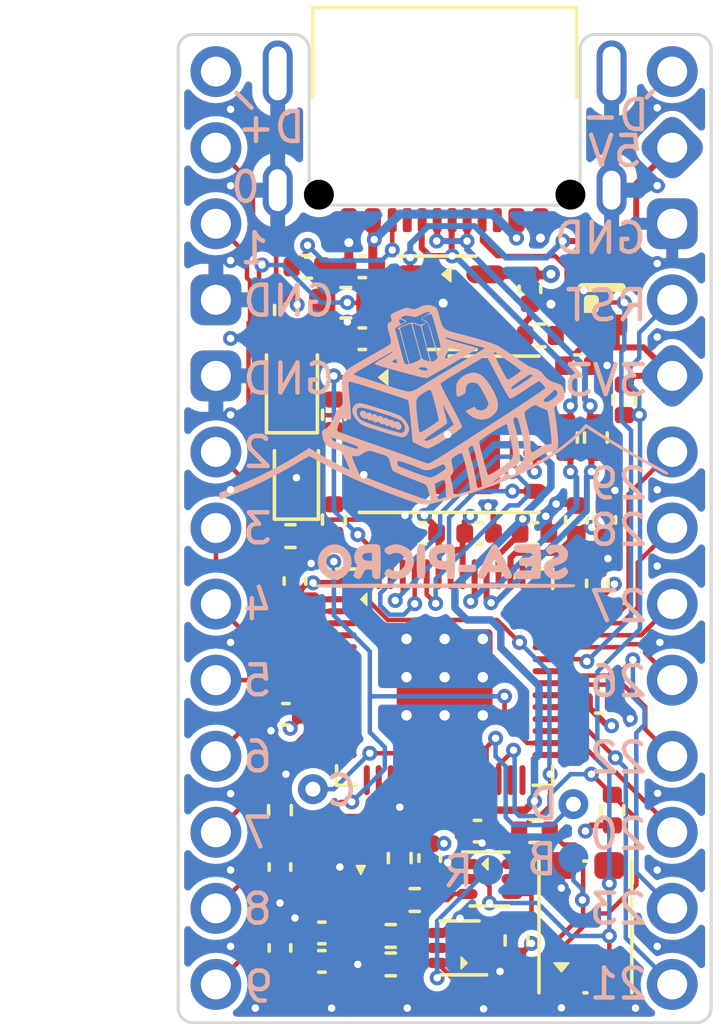
<source format=kicad_pcb>
(kicad_pcb (version 20211014) (generator pcbnew)
  (title_block (title "Sea Picro RST") (date "2022-07-28") (rev "1.0") (company "Josh Johnson"))
  (layers (0 "F.Cu" signal) (1 "In1.Cu" signal) (2 "In2.Cu" signal) (31 "B.Cu" signal) (34 "B.Paste" user) (35 "F.Paste" user) (36 "B.SilkS" user "B.Silkscreen") (37 "F.SilkS" user "F.Silkscreen") (38 "B.Mask" user) (39 "F.Mask" user) (44 "Edge.Cuts" user))
  (net 0 "")
  (net 1 "GND")
  (net 2 "Net-(J1-PadA5)")
  (net 3 "Net-(J1-PadB5)")
  (net 4 "+5V")
  (net 5 "VBUS")
  (net 6 "Net-(D2-Pad2)")
  (net 7 "+3V3")
  (net 8 "/nRST")
  (net 9 "Net-(C6-Pad2)")
  (net 10 "Net-(C7-Pad2)")
  (net 11 "+1V1")
  (net 12 "Net-(D1-Pad2)")
  (net 14 "/LED_DO")
  (net 15 "/9")
  (net 16 "/8")
  (net 17 "/7")
  (net 18 "/6")
  (net 19 "/5")
  (net 20 "/4")
  (net 21 "/3_SCL1")
  (net 22 "/2_SDA1")
  (net 23 "/1_RX0")
  (net 24 "/0_TX0")
  (net 25 "/A3")
  (net 26 "/A2")
  (net 27 "/A1")
  (net 28 "/A0")
  (net 29 "/22_SCK")
  (net 30 "/20_MISO")
  (net 31 "/23_MOSI")
  (net 32 "/21_nCS")
  (net 33 "/FLASH_nCS")
  (net 34 "/USB+")
  (net 35 "/USB-")
  (net 36 "Net-(R9-Pad2)")
  (net 37 "/SWDCLK")
  (net 38 "/SWDIO")
  (net 40 "/FLASH_SD1")
  (net 41 "/FLASH_SD2")
  (net 42 "/FLASH_SD0")
  (net 43 "/FLASH_SCK")
  (net 44 "/FLASH_SD3")
  (net 45 "/D+")
  (net 46 "/D-")
  (net 47 "/SWITCH")
  (net 48 "/VBUS_DETECT")
  (net 49 "Net-(C19-Pad1)")
  (net 51 "Net-(Q1-Pad3)")
  (net 52 "Net-(Q1-Pad4)")
  (net 53 "/BOOT")
  (net 54 "Net-(R10-Pad1)")
  (net 64 "Net-(R11-Pad1)")
  (footprint "josh-module:Sea-Picro_RST_Pins" (layer "F.Cu") (at 126.14951 91.28)
    (fp_text reference "J2" hide)
    (fp_text value "Sea-Picro")
  )
  (footprint "Resistor_SMD:R_0402_1005Metric" (layer "F.Cu") (at 121.05 91.55)
    (fp_text reference "R16" hide)
    (fp_text value "2K2")
  )
  (footprint "Capacitor_SMD:C_0402_1005Metric" (layer "F.Cu") (at 120.7 105.3 90)
    (fp_text reference "C19" hide)
    (fp_text value "10u" hide)
  )
  (footprint "Resistor_SMD:R_0402_1005Metric" (layer "F.Cu") (at 122.5 91 90)
    (fp_text reference "R6" hide)
    (fp_text value "5K1" hide)
  )
  (footprint "Capacitor_SMD:C_0402_1005Metric" (layer "F.Cu") (at 131.55 91.01 90)
    (fp_text reference "C10" hide)
    (fp_text value "100n" hide)
  )
  (footprint "Capacitor_SMD:C_0402_1005Metric" (layer "F.Cu") (at 125.7 102.3 -90)
    (fp_text reference "C8" hide)
    (fp_text value "100n" hide)
  )
  (footprint "Capacitor_SMD:C_0402_1005Metric" (layer "F.Cu") (at 120.9 97.5 180)
    (fp_text reference "C11" hide)
    (fp_text value "100n" hide)
  )
  (footprint "josh-soic-sot-etc:SOT-23-5" (layer "F.Cu") (at 126.45 83.76)
    (fp_text reference "U1" hide)
    (fp_text value "XC6210B332MR-G")
  )
  (footprint "Resistor_SMD:R_0402_1005Metric" (layer "F.Cu") (at 122.5 87.5 90)
    (fp_text reference "R10" hide)
    (fp_text value "5K1" hide)
  )
  (footprint "josh-led:WS2812C-2020" (layer "F.Cu") (at 131.4 83.55 90)
    (fp_text reference "D3" hide)
    (fp_text value "WS2812C-2020" hide)
  )
  (footprint "josh-dfn-qfn:WSON-8-1EP_6x5mm_P1.27mm_EP3.4x4mm" (layer "F.Cu") (at 126.35 88.15)
    (fp_text reference "U2" hide)
    (fp_text value "GD25Q64CWIGR")
  )
  (footprint "Resistor_SMD:R_0402_1005Metric" (layer "F.Cu") (at 124.7 102.3 90)
    (fp_text reference "R9" hide)
    (fp_text value "1K" hide)
  )
  (footprint "Resistor_SMD:R_0402_1005Metric" (layer "F.Cu") (at 130.25 88.26 -90)
    (fp_text reference "R7" hide)
    (fp_text value "27R" hide)
  )
  (footprint "Capacitor_SMD:C_0402_1005Metric" (layer "F.Cu") (at 129.05 83.31 -90)
    (fp_text reference "C2" hide)
    (fp_text value "4u7" hide)
  )
  (footprint "josh-connectors:USB-C_MID_MOUNT_918-418K2024S40000" (layer "F.Cu") (at 126.2 73.9)
    (fp_text reference "J1" hide)
    (fp_text value "USB_C_Receptacle_USB2.0")
    (fp_line (start 4.525 3) (end 4.525 6.6) (layer "Edge.Cuts") (width 0.1))
    (fp_line (start -4.525 3) (end -4.525 6.6) (layer "Edge.Cuts") (width 0.1))
    (fp_line (start -4.525 6.6) (end 4.525 6.6) (layer "Edge.Cuts") (width 0.1))
  )
  (footprint "Resistor_SMD:R_0402_1005Metric" (layer "F.Cu") (at 132.2 87 -90)
    (fp_text reference "R4" hide)
    (fp_text value "5K1" hide)
  )
  (footprint "Capacitor_SMD:C_0402_1005Metric" (layer "F.Cu") (at 121.2 93.05 90)
    (fp_text reference "C15" hide)
    (fp_text value "100n" hide)
  )
  (footprint "Resistor_SMD:R_0402_1005Metric" (layer "F.Cu") (at 124.4 105.85 180)
    (fp_text reference "R11" hide)
    (fp_text value "51K")
  )
  (footprint "Capacitor_SMD:C_0402_1005Metric" (layer "F.Cu") (at 122.1 104.8)
    (fp_text reference "C7" hide)
    (fp_text value "15p" hide)
  )
  (footprint "Resistor_SMD:R_0402_1005Metric" (layer "F.Cu") (at 129.2 101.4)
    (fp_text reference "R15" hide)
    (fp_text value "1K" hide)
  )
  (footprint "Capacitor_SMD:C_0402_1005Metric" (layer "F.Cu") (at 127.35 91.46 180)
    (fp_text reference "C12" hide)
    (fp_text value "1u" hide)
  )
  (footprint "Capacitor_SMD:C_0402_1005Metric" (layer "F.Cu") (at 122.1 105.75 180)
    (fp_text reference "C5" hide)
    (fp_text value "4u7" hide)
  )
  (footprint "Capacitor_SMD:C_0402_1005Metric" (layer "F.Cu") (at 123.45 84.96 180)
    (fp_text reference "C1" hide)
    (fp_text value "4u7" hide)
  )
  (footprint "josh-buttons-switches:SW_Push_KMR2" (layer "F.Cu") (at 130.9 104.6 90)
    (fp_text reference "SW1" hide)
    (fp_text value "SWITCH")
  )
  (footprint "Resistor_SMD:R_0402_1005Metric" (layer "F.Cu") (at 131.8 100.7 90)
    (fp_text reference "R12" hide)
    (fp_text value "5K1" hide)
  )
  (footprint "Resistor_SMD:R_0402_1005Metric" (layer "F.Cu") (at 128.6 105.05 90)
    (fp_text reference "R5" hide)
    (fp_text value "5K1" hide)
  )
  (footprint "Resistor_SMD:R_0402_1005Metric" (layer "F.Cu") (at 120.7 100.7 90)
    (fp_text reference "R17" hide)
    (fp_text value "5K1")
  )
  (footprint "Resistor_SMD:R_0402_1005Metric" (layer "F.Cu") (at 120.9 84 -90)
    (fp_text reference "R3" hide)
    (fp_text value "2K2")
  )
  (footprint "Resistor_SMD:R_0402_1005Metric" (layer "F.Cu") (at 129.4 84.85)
    (fp_text reference "R1" hide)
    (fp_text value "5K1" hide)
  )
  (footprint "josh-passives-smt:Fuse_0603_1608Metric" (layer "F.Cu") (at 122.9 83.76)
    (fp_text reference "F1" hide)
    (fp_text value "500mA" hide)
  )
  (footprint "josh-soic-sot-etc:SOT-563" (layer "F.Cu") (at 127.7 103)
    (fp_text reference "Q1" hide)
    (fp_text value "2N7002VC-7")
  )
  (footprint "Capacitor_SMD:C_0402_1005Metric" (layer "F.Cu") (at 120.7 102.6 90)
    (fp_text reference "C6" hide)
    (fp_text value "15p" hide)
  )
  (footprint "josh-dfn-qfn:RP2040-QFN-56" (layer "F.Cu") (at 126.2 96.26)
    (fp_text reference "U3" hide)
    (fp_text value "RP2040" hide)
  )
  (footprint "Resistor_SMD:R_0402_1005Metric" (layer "F.Cu") (at 125.2 103.7 180)
    (fp_text reference "R13" hide)
    (fp_text value "51K" hide)
  )
  (footprint "Capacitor_SMD:C_0402_1005Metric" (layer "F.Cu") (at 130.65 85.86)
    (fp_text reference "C4" hide)
    (fp_text value "100n" hide)
  )
  (footprint "Capacitor_SMD:C_0402_1005Metric" (layer "F.Cu") (at 129.2 91.46)
    (fp_text reference "C9" hide)
    (fp_text value "1u" hide)
  )
  (footprint "Capacitor_SMD:C_0402_1005Metric" (layer "F.Cu") (at 127.3 101.4)
    (fp_text reference "C17" hide)
    (fp_text value "100n" hide)
  )
  (footprint "Capacitor_SMD:C_0402_1005Metric" (layer "F.Cu") (at 131.35 97.1)
    (fp_text reference "C14" hide)
    (fp_text value "100n" hide)
  )
  (footprint "josh-oscillators:Crystal_SMD_2520-4Pin_2.5x2.0mm" (layer "F.Cu") (at 122.7 102.6 90)
    (fp_text reference "Y1" hide)
    (fp_text value "12MHz")
  )
  (footprint "LED_SMD:LED_0603_1608Metric" (layer "F.Cu") (at 121.25 89.5 90)
    (fp_text reference "D2" hide)
    (fp_text value "LED" hide)
  )
  (footprint "Resistor_SMD:R_0402_1005Metric" (layer "F.Cu") (at 121.6 82.56 180)
    (fp_text reference "R2" hide)
    (fp_text value "5K1" hide)
  )
  (footprint "Capacitor_SMD:C_0402_1005Metric" (layer "F.Cu") (at 125.45 91.46 180)
    (fp_text reference "C18" hide)
    (fp_text value "100n" hide)
  )
  (footprint "josh-passives-smt:D_SOD-323" (layer "F.Cu") (at 121.1 86.55 90)
    (fp_text reference "D1" hide)
    (fp_text value "B5817WS")
  )
  (footprint "josh-soic-sot-etc:SOT-563" (layer "F.Cu") (at 126.7 105.3 180)
    (fp_text reference "Q2" hide)
    (fp_text value "2N7002VC-7")
  )
  (footprint "Capacitor_SMD:C_0402_1005Metric" (layer "F.Cu") (at 130.6 91.01 90)
    (fp_text reference "C13" hide)
    (fp_text value "100n" hide)
  )
  (footprint "Capacitor_SMD:C_0402_1005Metric" (layer "F.Cu") (at 123.45 82.56 180)
    (fp_text reference "C3" hide)
    (fp_text value "4u7" hide)
  )
  (footprint "Capacitor_SMD:C_0402_1005Metric" (layer "F.Cu") (at 131.3 93.13 90)
    (fp_text reference "C16" hide)
    (fp_text value "100n" hide)
  )
  (footprint "Resistor_SMD:R_0402_1005Metric" (layer "F.Cu") (at 124.4 104.9 180)
    (fp_text reference "R14" hide)
    (fp_text value "51K" hide)
  )
  (footprint "Resistor_SMD:R_0402_1005Metric" (layer "F.Cu") (at 131.25 88.26 -90)
    (fp_text reference "R8" hide)
    (fp_text value "27R" hide)
  )
  (footprint "josh-test-point:TestPoint_SMDPad_D1.0mm_NO_SILK" (layer "B.Cu") (at 127.65 102.7 180)
    (fp_text reference "TP1" hide)
    (fp_text value "nRST")
  )
  (footprint "josh-test-point:TestPoint_THTPad_D1.0mm_Drill0.5mm_NO_SILK" (layer "B.Cu") (at 130.5 100.5 180)
    (fp_text reference "TP5" hide)
    (fp_text value "IO")
  )
  (footprint "josh-test-point:TestPoint_SMDPad_D1.0mm_NO_SILK" (layer "B.Cu") (at 130.5 102.3 180)
    (fp_text reference "TP3" hide)
    (fp_text value "BOOT")
  )
  (footprint "josh-logos:sea-picro-silk" (layer "B.Cu") (at 126.2 88.6 180)
    (fp_text reference "LOGO2" hide)
    (fp_text value "Sea-Picro" hide)
  )
  (footprint "josh-test-point:TestPoint_THTPad_D1.0mm_Drill0.5mm_NO_SILK" (layer "B.Cu") (at 121.8 100 180)
    (fp_text reference "TP4" hide)
    (fp_text value "CLK")
  )
  (footprint "josh-logos:OSHW_Logo_3.6x3.6_F.Mask" (layer "B.Cu") (at 126.2 99.7 180)
    (fp_text reference "LOGO1" hide)
    (fp_text value "Logo_Open_Hardware_Small" hide)
  )
  (gr_line (start 119.75 77.25) (end 119.25 76.75) (layer "B.SilkS") (width 0.15))
  (gr_line (start 133.15 76.7) (end 132.95 76.9) (layer "B.SilkS") (width 0.15))
  (gr_line (start 117.3 75.3) (end 117.3 107.3) (layer "Edge.Cuts") (width 0.1))
  (gr_line (start 117.8 107.8) (end 134.6 107.8) (layer "Edge.Cuts") (width 0.1))
  (gr_line (start 131.225 74.8) (end 134.6 74.8) (layer "Edge.Cuts") (width 0.1))
  (gr_line (start 121.175 74.8) (end 117.8 74.8) (layer "Edge.Cuts") (width 0.1))
  (gr_arc (start 130.725 75.3) (mid 130.871447 74.946447) (end 131.225 74.8) (layer "Edge.Cuts") (width 0.1))
  (gr_arc (start 117.3 75.3) (mid 117.446447 74.946447) (end 117.8 74.8) (layer "Edge.Cuts") (width 0.1))
  (gr_line (start 121.675 76.9) (end 121.675 75.3) (layer "Edge.Cuts") (width 0.1))
  (gr_line (start 135.1 107.3) (end 135.1 75.3) (layer "Edge.Cuts") (width 0.1))
  (gr_arc (start 135.1 107.3) (mid 134.953553 107.653553) (end 134.6 107.8) (layer "Edge.Cuts") (width 0.1))
  (gr_arc (start 134.6 74.8) (mid 134.953553 74.946447) (end 135.1 75.3) (layer "Edge.Cuts") (width 0.1))
  (gr_arc (start 117.8 107.8) (mid 117.446447 107.653553) (end 117.3 107.3) (layer "Edge.Cuts") (width 0.1))
  (gr_line (start 130.725 76.9) (end 130.725 75.3) (layer "Edge.Cuts") (width 0.1))
  (gr_arc (start 121.175 74.8) (mid 121.528553 74.946447) (end 121.675 75.3) (layer "Edge.Cuts") (width 0.1))
  (gr_text "23" (at 132 104) (layer "B.SilkS") (effects (font (size 1 1)) (justify mirror)))
  (gr_text "21" (at 132 106.5) (layer "B.SilkS") (effects (font (size 1 1)) (justify mirror)))
  (gr_text "GND" (at 121 86.3) (layer "B.SilkS") (effects (font (size 1 1)) (justify mirror)))
  (gr_text "27" (at 132.004762 93.9) (layer "B.SilkS") (effects (font (size 1 1)) (justify mirror)))
  (gr_text "GND" (at 131.4 81.6) (layer "B.SilkS") (effects (font (size 1 1)) (justify mirror)))
  (gr_text "4" (at 119.95 93.833332) (layer "B.SilkS") (effects (font (size 1 1)) (justify mirror)))
  (gr_text "7" (at 119.95 101.45833) (layer "B.SilkS") (effects (font (size 1 1)) (justify mirror)))
  (gr_text "9" (at 120 106.6) (layer "B.SilkS") (effects (font (size 1 1)) (justify mirror)))
  (gr_text "1" (at 119.85 81.95) (layer "B.SilkS") (effects (font (size 1 1)) (justify mirror)))
  (gr_text "3" (at 119.95 91.3) (layer "B.SilkS") (effects (font (size 1 1)) (justify mirror)))
  (gr_text "D+" (at 120.4 77.9) (layer "B.SilkS") (effects (font (size 1 1)) (justify mirror)))
  (gr_text "28" (at 132.004762 91.35) (layer "B.SilkS") (effects (font (size 1 1)) (justify mirror)))
  (gr_text "C" (at 122.75 100.05) (layer "B.SilkS") (effects (font (size 1 1)) (justify mirror)))
  (gr_text "RST" (at 131.6 83.85) (layer "B.SilkS") (effects (font (size 1 1)) (justify mirror)))
  (gr_text "R" (at 126.65 102.75) (layer "B.SilkS") (effects (font (size 1 1)) (justify mirror)))
  (gr_text "29" (at 132 89.8) (layer "B.SilkS") (effects (font (size 1 1)) (justify mirror)))
  (gr_text "GND" (at 121 83.7) (layer "B.SilkS") (effects (font (size 1 1)) (justify mirror)))
  (gr_text "B" (at 129.45 102.35) (layer "B.SilkS") (effects (font (size 1 1)) (justify mirror)))
  (gr_text "5V" (at 131.9 78.7) (layer "B.SilkS") (effects (font (size 1 1)) (justify mirror)))
  (gr_text "26" (at 132 96.4) (layer "B.SilkS") (effects (font (size 1 1)) (justify mirror)))
  (gr_text "5" (at 119.95 96.374998) (layer "B.SilkS") (effects (font (size 1 1)) (justify mirror)))
  (gr_text "8" (at 119.95 104) (layer "B.SilkS") (effects (font (size 1 1)) (justify mirror)))
  (gr_text "D" (at 129.5 100.5) (layer "B.SilkS") (effects (font (size 1 1)) (justify mirror)))
  (gr_text "D-" (at 131.9 77.5) (layer "B.SilkS") (effects (font (size 1 1)) (justify mirror)))
  (gr_text "0" (at 119.55 79.9) (layer "B.SilkS") (effects (font (size 1 1)) (justify mirror)))
  (gr_text "2" (at 119.95 88.75) (layer "B.SilkS") (effects (font (size 1 1)) (justify mirror)))
  (gr_text "20" (at 132 101.5) (layer "B.SilkS") (effects (font (size 1 1)) (justify mirror)))
  (gr_text "22" (at 132 98.95) (layer "B.SilkS") (effects (font (size 1 1)) (justify mirror)))
  (gr_text "6" (at 119.95 98.916664) (layer "B.SilkS") (effects (font (size 1 1)) (justify mirror)))
  (gr_text "3V3" (at 131.57619 86.35) (layer "B.SilkS") (effects (font (size 1 1)) (justify mirror)))
  (segment (start 121.2 104.32) (end 120.7 104.82) (width 0.2) (layer "F.Cu") (net 1))
  (segment (start 131.649529 92.300471) (end 131.651967 92.300471) (width 0.2) (layer "F.Cu") (net 1))
  (segment (start 130.1 102.35) (end 130.1 103.29911) (width 0.2) (layer "F.Cu") (net 1))
  (segment (start 121.62 104.8) (end 121.62 104.72) (width 0.2) (layer "F.Cu") (net 1))
  (segment (start 123.4 101.9) (end 122.7 102.6) (width 0.2) (layer "F.Cu") (net 1))
  (segment (start 121.2 104.3) (end 121.2 104.32) (width 0.2) (layer "F.Cu") (net 1))
  (segment (start 126.95 102.5) (end 126.35 102.5) (width 0.2) (layer "F.Cu") (net 1))
  (segment (start 125.3125 83.76) (end 126.140045 83.76) (width 0.3) (layer "F.Cu") (net 1))
  (segment (start 126.13 104.8) (end 126.619477 104.310523) (width 0.2) (layer "F.Cu") (net 1))
  (segment (start 124.95 100.6) (end 124.7 100.6) (width 0.2) (layer "F.Cu") (net 1))
  (segment (start 127.83 91.46) (end 127.83 90.74) (width 0.2) (layer "F.Cu") (net 1))
  (segment (start 120.7 100.19) (end 120.7 99.7) (width 0.2) (layer "F.Cu") (net 1))
  (segment (start 129.05 83.79) (end 129.06713 83.80713) (width 0.3) (layer "F.Cu") (net 1))
  (segment (start 130.1 106.65) (end 130.1 107.3) (width 0.2) (layer "F.Cu") (net 1))
  (segment (start 131.3 92.65) (end 131.649529 92.300471) (width 0.2) (layer "F.Cu") (net 1))
  (segment (start 130.51647 90.47647) (end 129.922556 90.47647) (width 0.2) (layer "F.Cu") (net 1))
  (segment (start 125.7 102.78) (end 126.03 102.45) (width 0.2) (layer "F.Cu") (net 1))
  (segment (start 122.7 102.6) (end 122.7 102.775) (width 0.2) (layer "F.Cu") (net 1))
  (segment (start 124.97 90.953534) (end 124.8745 90.858034) (width 0.2) (layer "F.Cu") (net 1))
  (segment (start 120.7 103.08) (end 120.7 103.8) (width 0.2) (layer "F.Cu") (net 1))
  (segment (start 122.7 102.775) (end 122 103.475) (width 0.2) (layer "F.Cu") (net 1))
  (segment (start 120.7 99.7) (end 120.9 99.5) (width 0.2) (layer "F.Cu") (net 1))
  (segment (start 129.68 91.46) (end 129.68 90.990001) (width 0.2) (layer "F.Cu") (net 1))
  (segment (start 120.4 97.52) (end 120.4 98.05) (width 0.2) (layer "F.Cu") (net 1))
  (segment (start 131.85 97.1) (end 132.4 97.65) (width 0.2) (layer "F.Cu") (net 1))
  (segment (start 121.62 104.72) (end 121.2 104.3) (width 0.2) (layer "F.Cu") (net 1))
  (segment (start 123.4 101.725) (end 123.4 101.9) (width 0.2) (layer "F.Cu") (net 1))
  (segment (start 129.4 80.9) (end 129.4 81.6) (width 0.3) (layer "F.Cu") (net 1))
  (segment (start 129.05 84.25) (end 129.05 83.79) (width 0.2) (layer "F.Cu") (net 1))
  (segment (start 131.83 97.1) (end 131.85 97.1) (width 0.2) (layer "F.Cu") (net 1))
  (segment (start 123 80.9) (end 123 81.75) (width 0.3) (layer "F.Cu") (net 1))
  (segment (start 123.89 105.85) (end 123.3 105.85) (width 0.2) (layer "F.Cu") (net 1))
  (segment (start 127.83 90.74) (end 127.65 90.56) (width 0.2) (layer "F.Cu") (net 1))
  (segment (start 130.1 103.29911) (end 130.097625 103.301485) (width 0.2) (layer "F.Cu") (net 1))
  (segment (start 130.57 90.53) (end 130.51647 90.47647) (width 0.2) (layer "F.Cu") (net 1))
  (segment (start 128.89 84.41) (end 129.05 84.25) (width 0.2) (layer "F.Cu") (net 1))
  (segment (start 126.619477 104.310523) (end 126.710523 104.310523) (width 0.2) (layer "F.Cu") (net 1))
  (segment (start 128.89 84.85) (end 128.89 84.41) (width 0.2) (layer "F.Cu") (net 1))
  (segment (start 127.45 101.73) (end 127.45 101.8) (width 0.2) (layer "F.Cu") (net 1))
  (segment (start 122.97 82.56) (end 122.11 82.56) (width 0.3) (layer "F.Cu") (net 1))
  (segment (start 131.55 90.53) (end 131.55 90.361816) (width 0.2) (layer "F.Cu") (net 1))
  (segment (start 121.62 105.75) (end 121.62 104.8) (width 0.2) (layer "F.Cu") (net 1))
  (segment (start 123.4875 89.5125) (end 123.5 89.5) (width 0.2) (layer "F.Cu") (net 1))
  (segment (start 127.45 105.8) (end 127.7645 105.8) (width 0.2) (layer "F.Cu") (net 1))
  (segment (start 127.7645 105.8) (end 128.05 106.0855) (width 0.2) (layer "F.Cu") (net 1))
  (segment (start 121.637946 92.57) (end 121.74345 92.464496) (width 0.2) (layer "F.Cu") (net 1))
  (segment (start 121.2 92.57) (end 121.637946 92.57) (width 0.2) (layer "F.Cu") (net 1))
  (segment (start 130.85 82.65) (end 130.85 83.35) (width 0.2) (layer "F.Cu") (net 1))
  (segment (start 124.97 91.46) (end 124.97 90.953534) (width 0.2) (layer "F.Cu") (net 1))
  (segment (start 125.2 100.35) (end 124.95 100.6) (width 0.2) (layer "F.Cu") (net 1))
  (segment (start 122.97 84.41947) (end 122.950032 84.399502) (width 0.3) (layer "F.Cu") (net 1))
  (segment (start 131.6155 85.86) (end 131.6255 85.85) (width 0.2) (layer "F.Cu") (net 1))
  (segment (start 126.140045 83.76) (end 126.151561 83.771516) (width 0.3) (layer "F.Cu") (net 1))
  (segment (start 126.35 102.5) (end 126.3 102.45) (width 0.2) (layer "F.Cu") (net 1))
  (segment (start 126.03 102.45) (end 126.3 102.45) (width 0.2) (layer "F.Cu") (net 1))
  (segment (start 129.06713 83.80713) (end 129.75 83.80713) (width 0.3) (layer "F.Cu") (net 1))
  (segment (start 123.4875 90.055) (end 123.4875 89.5125) (width 0.2) (layer "F.Cu") (net 1))
  (segment (start 123 81.75) (end 123 82.53) (width 0.3) (layer "F.Cu") (net 1))
  (segment (start 120.42 97.5) (end 120.4 97.52) (width 0.2) (layer "F.Cu") (net 1))
  (segment (start 127.78 101.4) (end 127.45 101.73) (width 0.2) (layer "F.Cu") (net 1))
  (segment (start 123 82.53) (end 122.97 82.56) (width 0.3) (layer "F.Cu") (net 1))
  (segment (start 129.68 90.990001) (end 129.576784 90.886785) (width 0.2) (layer "F.Cu") (net 1))
  (segment (start 125.2 99.6975) (end 125.2 100.35) (width 0.2) (layer "F.Cu") (net 1))
  (segment (start 125.95 104.8) (end 126.13 104.8) (width 0.2) (layer "F.Cu") (net 1))
  (segment (start 131.13 85.86) (end 131.6155 85.86) (width 0.2) (layer "F.Cu") (net 1))
  (segment (start 122.97 84.96) (end 122.97 84.41947) (width 0.3) (layer "F.Cu") (net 1))
  (segment (start 121.25 90.2875) (end 121.25 89.6) (width 0.15) (layer "F.Cu") (net 1))
  (segment (start 131.55 90.361816) (end 131.887314 90.024502) (width 0.2) (layer "F.Cu") (net 1))
  (via (at 119.05 105.25) (size 0.5) (drill 0.25) (layers "F.Cu" "B.Cu") (net 1))
  (via (at 120.7 103.8) (size 0.5) (drill 0.25) (layers "F.Cu" "B.Cu") (net 1))
  (via (at 133.312731 100.137269) (size 0.5) (drill 0.25) (layers "F.Cu" "B.Cu") (net 1))
  (via (at 126.3 102.45) (size 0.5) (drill 0.25) (layers "F.Cu" "B.Cu") (net 1))
  (via (at 130.85 83.35) (size 0.5) (drill 0.25) (layers "F.Cu" "B.Cu") (net 1))
  (via (at 132.4 97.65) (size 0.5) (drill 0.25) (layers "F.Cu" "B.Cu") (net 1))
  (via (at 122.950032 84.399502) (size 0.5) (drill 0.25) (layers "F.Cu" "B.Cu") (net 1))
  (via (at 131.6255 85.85) (size 0.5) (drill 0.25) (layers "F.Cu" "B.Cu") (net 1))
  (via (at 119.05 77.3) (size 0.5) (drill 0.25) (layers "F.Cu" "B.Cu") (net 1))
  (via (at 127.5 107.3345) (size 0.5) (drill 0.25) (layers "F.Cu" "B.Cu") (net 1))
  (via (at 129.576784 90.886785) (size 0.5) (drill 0.25) (layers "F.Cu" "B.Cu") (net 1))
  (via (at 126.710523 104.310523) (size 0.5) (drill 0.25) (layers "F.Cu" "B.Cu") (net 1))
  (via (at 128.05 106.0855) (size 0.5) (drill 0.25) (layers "F.Cu" "B.Cu") (net 1))
  (via (at 119.05 90) (size 0.5) (drill 0.25) (layers "F.Cu" "B.Cu") (net 1))
  (via (at 133.3 102.7) (size 0.5) (drill 0.25) (layers "F.Cu" "B.Cu") (net 1))
  (via (at 132.575 107.31) (size 0.5) (drill 0.25) (layers "F.Cu" "B.Cu") (net 1))
  (via (at 119.05 87.5) (size 0.5) (drill 0.25) (layers "F.Cu" "B.Cu") (net 1))
  (via (at 124.95 107.31) (size 0.5) (drill 0.25) (layers "F.Cu" "B.Cu") (net 1))
  (via (at 133.3 84.9) (size 0.5) (drill 0.25) (layers "F.Cu" "B.Cu") (net 1))
  (via (at 121.25 89.6) (size 0.5) (drill 0.25) (layers "F.Cu" "B.Cu") (net 1))
  (via (at 122.7 102.6) (size 0.5) (drill 0.25) (layers "F.Cu" "B.Cu") (net 1))
  (via (at 120.9 99.5) (size 0.5) (drill 0.25) (layers "F.Cu" "B.Cu") (net 1))
  (via (at 120.4 98.05) (size 0.5) (drill 0.25) (layers "F.Cu" "B.Cu") (net 1))
  (via (at 126.3 88.16) (size 0.5) (drill 0.25) (layers "F.Cu" "B.Cu") (net 1))
  (via (at 126.151561 83.771516) (size 0.6) (drill 0.3) (layers "F.Cu" "B.Cu") (net 1))
  (via (at 127.65 90.56) (size 0.5) (drill 0.25) (layers "F.Cu" "B.Cu") (net 1))
  (via (at 119.875 107.31) (size 0.5) (drill 0.25) (layers "F.Cu" "B.Cu") (net 1))
  (via (at 129.75 83.80713) (size 0.6) (drill 0.3) (layers "F.Cu" "B.Cu") (net 1))
  (via (at 129.4 81.6) (size 0.6) (drill 0.3) (layers "F.Cu" "B.Cu") (net 1))
  (via (at 123.5 89.5) (size 0.5) (drill 0.25) (layers "F.Cu" "B.Cu") (net 1))
  (via (at 129.922556 90.47647) (size 0.5) (drill 0.25) (layers "F.Cu" "B.Cu") (net 1))
  (via (at 130.097625 103.301485) (size 0.5) (drill 0.25) (layers "F.Cu" "B.Cu") (net 1))
  (via (at 119.05 95.1) (size 0.5) (drill 0.25) (layers "F.Cu" "B.Cu") (net 1))
  (via (at 119.05 100.15) (size 0.5) (drill 0.25) (layers "F.Cu" "B.Cu") (net 1))
  (via (at 119.05 82.35) (size 0.5) (drill 0.25) (layers "F.Cu" "B.Cu") (net 1))
  (via (at 130.1 107.3) (size 0.5) (drill 0.25) (layers "F.Cu" "B.Cu") (net 1))
  (via (at 121.74345 92.464496) (size 0.5) (drill 0.25) (layers "F.Cu" "B.Cu") (net 1))
  (via (at 121.2 104.3) (size 0.5) (drill 0.25) (layers "F.Cu" "B.Cu") (net 1))
  (via (at 119.05 102.7) (size 0.5) (drill 0.25) (layers "F.Cu" "B.Cu") (net 1))
  (via (at 133.3 105.25) (size 0.5) (drill 0.25) (layers "F.Cu" "B.Cu") (net 1))
  (via (at 133.3 77.25) (size 0.5) (drill 0.25) (layers "F.Cu" "B.Cu") (net 1))
  (via (at 131.887314 90.024502) (size 0.5) (drill 0.25) (layers "F.Cu" "B.Cu") (net 1))
  (via (at 133.3 82.45) (size 0.5) (drill 0.25) (layers "F.Cu" "B.Cu") (net 1))
  (via (at 133.3 79.85) (size 0.5) (drill 0.25) (layers "F.Cu" "B.Cu") (net 1))
  (via (at 127.45 101.8) (size 0.5) (drill 0.25) (layers "F.Cu" "B.Cu") (net 1))
  (via (at 119.05 79.85) (size 0.5) (drill 0.25) (layers "F.Cu" "B.Cu") (net 1))
  (via (at 119.05 84.95) (size 0.5) (drill 0.25) (layers "F.Cu" "B.Cu") (net 1))
  (via (at 131.651967 92.300471) (size 0.5) (drill 0.25) (layers "F.Cu" "B.Cu") (net 1))
  (via (at 133.385523 95.1) (size 0.5) (drill 0.25) (layers "F.Cu" "B.Cu") (net 1))
  (via (at 124.7 100.6) (size 0.5) (drill 0.25) (layers "F.Cu" "B.Cu") (net 1))
  (via (at 133.303285 90.003285) (size 0.5) (drill 0.25) (layers "F.Cu" "B.Cu") (net 1))
  (via (at 123.3 105.85) (size 0.5) (drill 0.25) (layers "F.Cu" "B.Cu") (net 1))
  (via (at 124.8745 90.858034) (size 0.5) (drill 0.25) (layers "F.Cu" "B.Cu") (net 1))
  (via (at 133.3 92.55) (size 0.5) (drill 0.25) (layers "F.Cu" "B.Cu") (net 1))
  (via (at 122.425 107.31) (size 0.5) (drill 0.25) (layers "F.Cu" "B.Cu") (net 1))
  (via (at 123 81.75) (size 0.6) (drill 0.3) (layers "F.Cu" "B.Cu") (net 1))
  (segment (start 130.274501 82.582743) (end 129.891758 82.2) (width 0.15) (layer "F.Cu") (net 2))
  (segment (start 130.274501 84.485499) (end 130.274501 82.582743) (width 0.15) (layer "F.Cu") (net 2))
  (segment (start 129.891758 82.2) (end 127.95 82.2) (width 0.15) (layer "F.Cu") (net 2))
  (segment (start 127.95 82.2) (end 127.45 81.7) (width 0.15) (layer "F.Cu") (net 2))
  (segment (start 127.45 81.7) (end 127.45 80.9) (width 0.15) (layer "F.Cu") (net 2))
  (segment (start 129.91 84.85) (end 130.274501 84.485499) (width 0.15) (layer "F.Cu") (net 2))
  (segment (start 121.09 82.56) (end 121.622539 82.027461) (width 0.15) (layer "F.Cu") (net 3))
  (segment (start 121.622539 82.027461) (end 121.622539 81.841729) (width 0.15) (layer "F.Cu") (net 3))
  (segment (start 124.45 80.9) (end 124.45 82) (width 0.15) (layer "F.Cu") (net 3))
  (via (at 124.45 82) (size 0.5) (drill 0.25) (layers "F.Cu" "B.Cu") (net 3))
  (via (at 121.622539 81.841729) (size 0.5) (drill 0.25) (layers "F.Cu" "B.Cu") (net 3))
  (segment (start 122.13081 82.35) (end 121.622539 81.841729) (width 0.15) (layer "B.Cu") (net 3))
  (segment (start 124.45 82) (end 124.1 82.35) (width 0.15) (layer "B.Cu") (net 3))
  (segment (start 124.1 82.35) (end 122.13081 82.35) (width 0.15) (layer "B.Cu") (net 3))
  (segment (start 124.18 84.71) (end 125.3125 84.71) (width 0.3) (layer "F.Cu") (net 4))
  (segment (start 125.049152 82.250814) (end 125.049152 82.546652) (width 0.2) (layer "F.Cu") (net 4))
  (segment (start 122 85.6) (end 121.1 86.5) (width 0.3) (layer "F.Cu") (net 4))
  (segment (start 126.15 82.81) (end 125.3125 82.81) (width 0.3) (layer "F.Cu") (net 4))
  (segment (start 121.1 86.5) (end 121.1 87.6) (width 0.3) (layer "F.Cu") (net 4))
  (segment (start 133.8 78.58) (end 132.6 79.78) (width 0.2) (layer "F.Cu") (net 4))
  (segment (start 130.3 81.7) (end 130.15 81.7) (width 0.2) (layer "F.Cu") (net 4))
  (segment (start 123.29 85.6) (end 122 85.6) (width 0.3) (layer "F.Cu") (net 4))
  (segment (start 126.2 84.71) (end 126.8 84.11) (width 0.3) (layer "F.Cu") (net 4))
  (segment (start 126.8 84.11) (end 126.8 83.46) (width 0.3) (layer "F.Cu") (net 4))
  (segment (start 123.93 84.96) (end 124.18 84.71) (width 0.3) (layer "F.Cu") (net 4))
  (segment (start 126.8 83.46) (end 126.15 82.81) (width 0.3) (layer "F.Cu") (net 4))
  (segment (start 125.049152 82.546652) (end 125.3125 82.81) (width 0.2) (layer "F.Cu") (net 4))
  (segment (start 132.15 81.7) (end 130.3 81.7) (width 0.2) (layer "F.Cu") (net 4))
  (segment (start 123.93 84.96) (end 123.29 85.6) (width 0.3) (layer "F.Cu") (net 4))
  (segment (start 132.6 81.25) (end 132.15 81.7) (width 0.2) (layer "F.Cu") (net 4))
  (segment (start 125.3125 84.71) (end 126.2 84.71) (width 0.3) (layer "F.Cu") (net 4))
  (segment (start 132.6 79.78) (end 132.6 81.25) (width 0.2) (layer "F.Cu") (net 4))
  (via (at 130.15 81.7) (size 0.5) (drill 0.25) (layers "F.Cu" "B.Cu") (net 4))
  (via (at 125.049152 82.250814) (size 0.5) (drill 0.25) (layers "F.Cu" "B.Cu") (net 4))
  (segment (start 125.049152 81.800848) (end 125.049152 82.250814) (width 0.2) (layer "B.Cu") (net 4))
  (segment (start 128.25 82.25) (end 127.199511 81.199511) (width 0.2) (layer "B.Cu") (net 4))
  (segment (start 129.6 82.25) (end 128.25 82.25) (width 0.2) (layer "B.Cu") (net 4))
  (segment (start 130.15 81.7) (end 129.6 82.25) (width 0.2) (layer "B.Cu") (net 4))
  (segment (start 127.199511 81.199511) (end 125.650489 81.199511) (width 0.2) (layer "B.Cu") (net 4))
  (segment (start 125.650489 81.199511) (end 125.049152 81.800848) (width 0.2) (layer "B.Cu") (net 4))
  (segment (start 120.000979 88.310623) (end 120.000979 88.310595) (width 0.15) (layer "F.Cu") (net 5))
  (segment (start 123.93 83.5175) (end 123.6875 83.76) (width 0.3) (layer "F.Cu") (net 5))
  (segment (start 123.8 80.9) (end 123.8 82.43) (width 0.3) (layer "F.Cu") (net 5))
  (segment (start 120.000979 88.310595) (end 119.950998 88.260614) (width 0.15) (layer "F.Cu") (net 5))
  (segment (start 122.9595 83.76) (end 122.9495 83.75) (width 0.15) (layer "F.Cu") (net 5))
  (segment (start 123.93 82.56) (end 123.93 83.5175) (width 0.3) (layer "F.Cu") (net 5))
  (segment (start 120.249519 91.259519) (end 120.249519 88.559163) (width 0.15) (layer "F.Cu") (net 5))
  (segment (start 123.8 82.43) (end 123.93 82.56) (width 0.3) (layer "F.Cu") (net 5))
  (segment (start 119.950998 88.260614) (end 119.950998 84.561886) (width 0.15) (layer "F.Cu") (net 5))
  (segment (start 128.6 80.9) (end 128.6 81.6) (width 0.3) (layer "F.Cu") (net 5))
  (segment (start 119.950998 84.561886) (end 120.000979 84.511905) (width 0.15) (layer "F.Cu") (net 5))
  (segment (start 123.6875 83.76) (end 122.9595 83.76) (width 0.15) (layer "F.Cu") (net 5))
  (segment (start 120.000979 84.511905) (end 120.000979 82.599021) (width 0.15) (layer "F.Cu") (net 5))
  (segment (start 120.249519 88.559163) (end 120.000979 88.310623) (width 0.15) (layer "F.Cu") (net 5))
  (segment (start 120.54 91.55) (end 120.249519 91.259519) (width 0.15) (layer "F.Cu") (net 5))
  (segment (start 120.000979 82.599021) (end 120.1 82.5) (width 0.15) (layer "F.Cu") (net 5))
  (via (at 123.85 81.65) (size 0.5) (drill 0.25) (layers "F.Cu" "B.Cu") (net 5))
  (via (at 120.1 82.5) (size 0.5) (drill 0.25) (layers "F.Cu" "B.Cu") (net 5))
  (via (at 128.6 81.6) (size 0.5) (drill 0.25) (layers "F.Cu" "B.Cu") (net 5))
  (via (at 122.9495 83.75) (size 0.5) (drill 0.25) (layers "F.Cu" "B.Cu") (net 5))
  (segment (start 128.6 81.6) (end 127.8 80.8) (width 0.3) (layer "B.Cu") (net 5))
  (segment (start 122.9495 83.75) (end 122.05 83.75) (width 0.15) (layer "B.Cu") (net 5))
  (segment (start 122.05 83.75) (end 120.8 82.5) (width 0.15) (layer "B.Cu") (net 5))
  (segment (start 120.8 82.5) (end 120.1 82.5) (width 0.15) (layer "B.Cu") (net 5))
  (segment (start 124.7 80.8) (end 123.85 81.65) (width 0.3) (layer "B.Cu") (net 5))
  (segment (start 127.8 80.8) (end 124.7 80.8) (width 0.3) (layer "B.Cu") (net 5))
  (segment (start 120.55 88.0125) (end 120.55 87.9) (width 0.15) (layer "F.Cu") (net 6))
  (segment (start 120.55 84.81) (end 120.9 84.46) (width 0.15) (layer "F.Cu") (net 6))
  (segment (start 120.55 87.98033) (end 120.55 87.9) (width 0.15) (layer "F.Cu") (net 6))
  (segment (start 121.25 88.7125) (end 120.55 88.0125) (width 0.15) (layer "F.Cu") (net 6))
  (segment (start 120.55 87.9) (end 120.55 84.81) (width 0.15) (layer "F.Cu") (net 6))
  (segment (start 123 92) (end 123 92.8) (width 0.2) (layer "F.Cu") (net 7))
  (segment (start 130.78 85.25) (end 130.17 85.86) (width 0.2) (layer "F.Cu") (net 7))
  (segment (start 130.87 97.1) (end 130.87 97.12) (width 0.2) (layer "F.Cu") (net 7))
  (segment (start 129.03 82.81) (end 129.05 82.83) (width 0.3) (layer "F.Cu") (net 7))
  (segment (start 126.8 92.8225) (end 126.8 92.01) (width 0.2) (layer "F.Cu") (net 7))
  (segment (start 129.785 86.245) (end 128.9625 86.245) (width 0.2) (layer "F.Cu") (net 7))
  (segment (start 128.564284 92.11) (end 129.98 92.11) (width 0.2) (layer "F.Cu") (net 7))
  (segment (start 131.3 93.61) (end 131.412182 93.61) (width 0.2) (layer "F.Cu") (net 7))
  (segment (start 120.9 83.4501) (end 121.2755 83.8256) (width 0.2) (layer "F.Cu") (net 7))
  (segment (start 125.7 101.3) (end 125.7 101.82) (width 0.2) (layer "F.Cu") (net 7))
  (segment (start 129.8875 92.8225) (end 130.61 92.1) (width 0.2) (layer "F.Cu") (net 7))
  (segment (start 126.8 92.01) (end 126.8 91.53) (width 0.2) (layer "F.Cu") (net 7))
  (segment (start 121.746582 97.5) (end 121.38 97.5) (width 0.2) (layer "F.Cu") (net 7))
  (segment (start 126.87 91.46) (end 126.87 91.078901) (width 0.2) (layer "F.Cu") (net 7))
  (segment (start 121.88 93.53) (end 122.01 93.66) (width 0.2) (layer "F.Cu") (net 7))
  (segment (start 126.168356 101.82) (end 126.175891 101.812465) (width 0.2) (layer "F.Cu") (net 7))
  (segment (start 121.38 97.5) (end 121.38 97.631742) (width 0.2) (layer "F.Cu") (net 7))
  (segment (start 131.320327 91.260327) (end 131.110327 91.260327) (width 0.2) (layer "F.Cu") (net 7))
  (segment (start 131.95 85.25) (end 132.85 85.25) (width 0.2) (layer "F.Cu") (net 7))
  (segment (start 130.61 92.1) (end 130.96 92.1) (width 0.2) (layer "F.Cu") (net 7))
  (segment (start 129.6375 93.66) (end 131.25 93.66) (width 0.2) (layer "F.Cu") (net 7))
  (segment (start 126.4 100.6) (end 125.7 101.3) (width 0.2) (layer "F.Cu") (net 7))
  (segment (start 126.8 91.53) (end 126.87 91.46) (width 0.2) (layer "F.Cu") (net 7))
  (segment (start 121.38 97.631742) (end 121.044242 97.9675) (width 0.2) (layer "F.Cu") (net 7))
  (segment (start 126.87 91.078901) (end 127.058296 90.890605) (width 0.2) (layer "F.Cu") (net 7))
  (segment (start 130.96 92.1) (end 131.55 91.51) (width 0.2) (layer "F.Cu") (net 7))
  (segment (start 122.7625 97.26) (end 121.986582 97.26) (width 0.2) (layer "F.Cu") (net 7))
  (segment (start 126.4 92.8225) (end 126.4 92.21) (width 0.2) (layer "F.Cu") (net 7))
  (segment (start 121.2 93.53) (end 121.618797 93.111203) (width 0.2) (layer "F.Cu") (net 7))
  (segment (start 122.01 93.66) (end 122.7625 93.66) (width 0.2) (layer "F.Cu") (net 7))
  (segment (start 127.5875 82.81) (end 129.03 82.81) (width 0.3) (layer "F.Cu") (net 7))
  (segment (start 131.2 85.25) (end 131.95 85.25) (width 0.2) (layer "F.Cu") (net 7))
  (segment (start 126.4 92.21) (end 126.6 92.01) (width 0.2) (layer "F.Cu") (net 7))
  (segment (start 131.3 93.61) (end 131.35 93.61) (width 0.2) (layer "F.Cu") (net 7))
  (segment (start 123 92.8) (end 122.688797 93.111203) (width 0.2) (layer "F.Cu") (net 7))
  (segment (start 128.6 105.61) (end 128.64 105.61) (width 0.2) (layer "F.Cu") (net 7))
  (segment (start 129.72 82.83) (end 129.75 82.8) (width 0.3) (layer "F.Cu") (net 7))
  (segment (start 132.54 86.2) (end 132.1 86.64) (width 0.2) (layer "F.Cu") (net 7))
  (segment (start 130.47 97.1) (end 130.31 97.26) (width 0.2) (layer "F.Cu") (net 7))
  (segment (start 122.51 91.51) (end 123 92) (width 0.2) (layer "F.Cu") (net 7))
  (segment (start 131.09 101.21) (end 130.9 101.4) (width 0.2) (layer "F.Cu") (net 7))
  (segment (start 121.2 93.53) (end 121.88 93.53) (width 0.2) (layer "F.Cu") (net 7))
  (segment (start 131.8 101.21) (end 131.09 101.21) (width 0.2) (layer "F.Cu") (net 7))
  (segment (start 131.55952 97.80952) (end 131.70139 97.80952) (width 0.2) (layer "F.Cu") (net 7))
  (segment (start 126.6 92.01) (end 126.8 92.01) (width 0.2) (layer "F.Cu") (net 7))
  (segment (start 128.4 92.8225) (end 128.4 92.274284) (width 0.2) (layer "F.Cu") (net 7))
  (segment (start 125.7 101.82) (end 126.168356 101.82) (width 0.2) (layer "F.Cu") (net 7))
  (segment (start 129.6375 97.26) (end 130.31 97.26) (width 0.2) (layer "F.Cu") (net 7))
  (segment (start 130.87 97.1) (end 130.47 97.1) (width 0.2) (layer "F.Cu") (net 7))
  (segment (start 122.5 91.51) (end 122.51 91.51) (width 0.2) (layer "F.Cu") (net 7))
  (segment (start 129.98 92.11) (end 130.6 91.49) (width 0.2) (layer "F.Cu") (net 7))
  (segment (start 131.412182 93.61) (end 131.868414 93.153768) (width 0.2) (layer "F.Cu") (net 7))
  (segment (start 130.87 97.12) (end 131.55952 97.80952) (width 0.2) (layer "F.Cu") (net 7))
  (segment (start 121.986582 97.26) (end 121.746582 97.5) (width 0.2) (layer "F.Cu") (net 7))
  (segment (start 130.17 85.86) (end 129.785 86.245) (width 0.2) (layer "F.Cu") (net 7))
  (segment (start 122.688797 93.111203) (end 121.803646 93.111203) (width 0.2) (layer "F.Cu") (net 7))
  (segment (start 128.8 92.8225) (end 129.8875 92.8225) (width 0.2) (layer "F.Cu") (net 7))
  (segment (start 131.2 85.25) (end 131.1 85.25) (width 0.2) (layer "F.Cu") (net 7))
  (segment (start 130.829673 91.260327) (end 131.110327 91.260327) (width 0.2) (layer "F.Cu") (net 7))
  (segment (start 131.70139 97.80952) (end 131.77401 97.88214) (width 0.2) (layer "F.Cu") (net 7))
  (segment (start 131.1 85.25) (end 130.78 85.25) (width 0.2) (layer "F.Cu") (net 7))
  (segment (start 130.6 91.49) (end 130.829673 91.260327) (width 0.2) (layer "F.Cu") (net 7))
  (segment (start 132.85 85.25) (end 133.8 86.2) (width 0.2) (layer "F.Cu") (net 7))
  (segment (start 121.618797 93.111203) (end 121.803646 93.111203) (width 0.2) (layer "F.Cu") (net 7))
  (segment (start 131.95 84.5) (end 131.95 85.25) (width 0.2) (layer "F.Cu") (net 7))
  (segment (start 126.4 99.6975) (end 126.4 100.6) (width 0.2) (layer "F.Cu") (net 7))
  (segment (start 131.25 93.66) (end 131.3 93.61) (width 0.2) (layer "F.Cu") (net 7))
  (segment (start 131.55 91.49) (end 131.320327 91.260327) (width 0.2) (layer "F.Cu") (net 7))
  (segment (start 133.8 86.2) (end 132.54 86.2) (width 0.2) (layer "F.Cu") (net 7))
  (segment (start 129.05 82.83) (end 129.72 82.83) (width 0.3) (layer "F.Cu") (net 7))
  (segment (start 131.55 91.51) (end 131.55 91.49) (width 0.2) (layer "F.Cu") (net 7))
  (segment (start 128.4 92.274284) (end 128.564284 92.11) (width 0.2) (layer "F.Cu") (net 7))
  (segment (start 128.64 105.61) (end 129.1 105.15) (width 0.2) (layer "F.Cu") (net 7))
  (via (at 126.175891 101.812465) (size 0.5) (drill 0.25) (layers "F.Cu" "B.Cu") (net 7))
  (via (at 130.9 101.4) (size 0.5) (drill 0.25) (layers "F.Cu" "B.Cu") (net 7))
  (via (at 131.868414 93.153768) (size 0.5) (drill 0.25) (layers "F.Cu" "B.Cu") (net 7))
  (via (at 131.77401 97.88214) (size 0.5) (drill 0.25) (layers "F.Cu" "B.Cu") (net 7))
  (via (at 131.110327 91.260327) (size 0.5) (drill 0.25) (layers "F.Cu" "B.Cu") (net 7))
  (via (at 121.2755 83.8256) (size 0.5) (drill 0.25) (layers "F.Cu" "B.Cu") (net 7))
  (via (at 127.058296 90.890605) (size 0.5) (drill 0.25) (layers "F.Cu" "B.Cu") (net 7))
  (via (at 129.1 105.15) (size 0.5) (drill 0.25) (layers "F.Cu" "B.Cu") (net 7))
  (via (at 121.803646 93.111203) (size 0.5) (drill 0.25) (layers "F.Cu" "B.Cu") (net 7))
  (via (at 129.75 82.8) (size 0.6) (drill 0.3) (layers "F.Cu" "B.Cu") (net 7))
  (via (at 121.044242 97.9675) (size 0.5) (drill 0.25) (layers "F.Cu" "B.Cu") (net 7))
  (segment (start 132.60452 103.19548) (end 131.65 104.15) (width 0.15) (layer "F.Cu") (net 8))
  (segment (start 131.264283 104.15) (end 128.554283 106.86) (width 0.15) (layer "F.Cu") (net 8))
  (segment (start 131.65 104.15) (end 131.264283 104.15) (width 0.15) (layer "F.Cu") (net 8))
  (segment (start 125.95 105.8) (end 125.95 106.3) (width 0.15) (layer "F.Cu") (net 8))
  (segment (start 131.8 100.19) (end 132.60452 100.99452) (width 0.15) (layer "F.Cu") (net 8))
  (segment (start 132.60452 100.99452) (end 132.60452 103.19548) (width 0.15) (layer "F.Cu") (net 8))
  (segment (start 127.01 106.86) (end 125.95 105.8) (width 0.15) (layer "F.Cu") (net 8))
  (segment (start 128 99.2) (end 128.5 98.7) (width 0.15) (layer "F.Cu") (net 8))
  (segment (start 131.1 99.5) (end 131.11 99.5) (width 0.15) (layer "F.Cu") (net 8))
  (segment (start 131.11 99.5) (end 131.8 100.19) (width 0.15) (layer "F.Cu") (net 8))
  (segment (start 128.554283 106.86) (end 127.01 106.86) (width 0.15) (layer "F.Cu") (net 8))
  (segment (start 128 99.6975) (end 128 99.2) (width 0.15) (layer "F.Cu") (net 8))
  (via (at 131.1 99.5) (size 0.5) (drill 0.25) (layers "F.Cu" "B.Cu") (net 8))
  (via (at 125.95 106.3) (size 0.5) (drill 0.25) (layers "F.Cu" "B.Cu") (net 8))
  (via (at 128.5 98.7) (size 0.5) (drill 0.25) (layers "F.Cu" "B.Cu") (net 8))
  (segment (start 131.1 99.5) (end 130.4 99.5) (width 0.15) (layer "B.Cu") (net 8))
  (segment (start 129.7 100.2) (end 129.7 100.7) (width 0.15) (layer "B.Cu") (net 8))
  (segment (start 128.7 100.9) (end 128.537725 100.737725) (width 0.15) (layer "B.Cu") (net 8))
  (segment (start 129.5 100.9) (end 128.7 100.9) (width 0.15) (layer "B.Cu") (net 8))
  (segment (start 128.537725 98.737725) (end 128.5 98.7) (width 0.15) (layer "B.Cu") (net 8))
  (segment (start 127.65 102.7) (end 125.95 104.4) (width 0.15) (layer "B.Cu") (net 8))
  (segment (start 125.95 104.4) (end 125.95 106.3) (width 0.15) (layer "B.Cu") (net 8))
  (segment (start 130.4 99.5) (end 129.7 100.2) (width 0.15) (layer "B.Cu") (net 8))
  (segment (start 128.537725 100.737725) (end 128.537725 98.737725) (width 0.15) (layer "B.Cu") (net 8))
  (segment (start 129.7 100.7) (end 129.5 100.9) (width 0.15) (layer "B.Cu") (net 8))
  (segment (start 124.2 101.2) (end 123.9 100.9) (width 0.15) (layer "F.Cu") (net 9))
  (segment (start 124.9 101.2) (end 124.2 101.2) (width 0.15) (layer "F.Cu") (net 9))
  (segment (start 125.6 99.6975) (end 125.6 100.5) (width 0.15) (layer "F.Cu") (net 9))
  (segment (start 125.6 100.5) (end 124.9 101.2) (width 0.15) (layer "F.Cu") (net 9))
  (segment (start 123.9 100.9) (end 122.825 100.9) (width 0.15) (layer "F.Cu") (net 9))
  (segment (start 122.825 100.9) (end 122 101.725) (width 0.15) (layer "F.Cu") (net 9))
  (segment (start 121.095 101.725) (end 120.7 102.12) (width 0.15) (layer "F.Cu") (net 9))
  (segment (start 122 101.725) (end 121.095 101.725) (width 0.15) (layer "F.Cu") (net 9))
  (segment (start 123.4 103.475) (end 124.035 103.475) (width 0.15) (layer "F.Cu") (net 10))
  (segment (start 124.035 103.475) (end 124.7 102.81) (width 0.15) (layer "F.Cu") (net 10))
  (segment (start 122.58 104.295) (end 123.4 103.475) (width 0.15) (layer "F.Cu") (net 10))
  (segment (start 122.58 104.8) (end 122.58 104.295) (width 0.15) (layer "F.Cu") (net 10))
  (segment (start 126 92.8225) (end 126 91.53) (width 0.2) (layer "F.Cu") (net 11))
  (segment (start 128.72 91.060356) (end 128.80624 90.974116) (width 0.2) (layer "F.Cu") (net 11))
  (segment (start 126.8 101.38) (end 126.8 99.6975) (width 0.2) (layer "F.Cu") (net 11))
  (segment (start 128.9 100.7) (end 129.2 100.4) (width 0.25) (layer "F.Cu") (net 11))
  (segment (start 128.72 91.46) (end 128.72 91.060356) (width 0.2) (layer "F.Cu") (net 11))
  (segment (start 126.82 101.4) (end 127.52 100.7) (width 0.25) (layer "F.Cu") (net 11))
  (segment (start 126 91.53) (end 125.93 91.46) (width 0.2) (layer "F.Cu") (net 11))
  (segment (start 128 92.8225) (end 128 92.18) (width 0.2) (layer "F.Cu") (net 11))
  (segment (start 125.93 91.266076) (end 125.523999 90.860075) (width 0.2) (layer "F.Cu") (net 11))
  (segment (start 125.93 91.46) (end 125.93 91.266076) (width 0.2) (layer "F.Cu") (net 11))
  (segment (start 127.52 100.7) (end 128.9 100.7) (width 0.25) (layer "F.Cu") (net 11))
  (segment (start 126.82 101.4) (end 126.8 101.38) (width 0.2) (layer "F.Cu") (net 11))
  (segment (start 128 92.18) (end 128.72 91.46) (width 0.2) (layer "F.Cu") (net 11))
  (via (at 125.523999 90.860075) (size 0.5) (drill 0.25) (layers "F.Cu" "B.Cu") (net 11))
  (via (at 129.2 100.4) (size 0.5) (drill 0.25) (layers "F.Cu" "B.Cu") (net 11))
  (via (at 128.80624 90.974116) (size 0.5) (drill 0.25) (layers "F.Cu" "B.Cu") (net 11))
  (segment (start 127.75 94.35) (end 126.943807 94.35) (width 0.25) (layer "B.Cu") (net 11))
  (segment (start 128.075499 95.275499) (end 128.075499 94.675499) (width 0.25) (layer "B.Cu") (net 11))
  (segment (start 128.80624 90.974116) (end 128.80624 90.879469) (width 0.25) (layer "B.Cu") (net 11))
  (segment (start 129.350489 96.550489) (end 128.075499 95.275499) (width 0.25) (layer "B.Cu") (net 11))
  (segment (start 126.943807 94.35) (end 126.54308 93.949273) (width 0.25) (layer "B.Cu") (net 11))
  (segment (start 128.80624 90.879469) (end 129.398055 90.287654) (width 0.25) (layer "B.Cu") (net 11))
  (segment (start 129.398055 90.287654) (end 129.398055 90.259213) (width 0.25) (layer "B.Cu") (net 11))
  (segment (start 129.2 100.4) (end 129.2 99) (width 0.25) (layer "B.Cu") (net 11))
  (segment (start 129.1 88.5) (end 127.858242 88.5) (width 0.25) (layer "B.Cu") (net 11))
  (segment (start 127.858242 88.5) (end 125.523999 90.834243) (width 0.25) (layer "B.Cu") (net 11))
  (segment (start 129.2 99) (end 129.350489 98.849511) (width 0.25) (layer "B.Cu") (net 11))
  (segment (start 128.075499 94.675499) (end 127.75 94.35) (width 0.25) (layer "B.Cu") (net 11))
  (segment (start 125.523999 90.834243) (end 125.523999 90.860075) (width 0.25) (layer "B.Cu") (net 11))
  (segment (start 129.398055 90.259213) (end 129.749186 89.908082) (width 0.25) (layer "B.Cu") (net 11))
  (segment (start 126.54308 93.949273) (end 126.54308 93.237276) (width 0.25) (layer "B.Cu") (net 11))
  (segment (start 126.54308 93.237276) (end 128.80624 90.974116) (width 0.25) (layer "B.Cu") (net 11))
  (segment (start 129.350489 98.849511) (end 129.350489 96.550489) (width 0.25) (layer "B.Cu") (net 11))
  (segment (start 129.749186 89.149186) (end 129.1 88.5) (width 0.25) (layer "B.Cu") (net 11))
  (segment (start 129.749186 89.908082) (end 129.749186 89.149186) (width 0.25) (layer "B.Cu") (net 11))
  (segment (start 122.1125 83.76) (end 122.1125 84.4875) (width 0.3) (layer "F.Cu") (net 12))
  (segment (start 122.1125 84.4875) (end 121.1 85.5) (width 0.3) (layer "F.Cu") (net 12))
  (segment (start 129.6375 95.66) (end 130.8755 95.66) (width 0.15) (layer "F.Cu") (net 14))
  (segment (start 130.8755 95.66) (end 130.95 95.7345) (width 0.15) (layer "F.Cu") (net 14))
  (segment (start 131.6 83.75) (end 132.2 83.75) (width 0.15) (layer "F.Cu") (net 14))
  (segment (start 130.85 84.5) (end 131.6 83.75) (width 0.15) (layer "F.Cu") (net 14))
  (via (at 130.95 95.7345) (size 0.5) (drill 0.25) (layers "F.Cu" "B.Cu") (net 14))
  (via (at 132.2 83.75) (size 0.5) (drill 0.25) (layers "F.Cu" "B.Cu") (net 14))
  (segment (start 132.2 83.75) (end 132.2 85.3) (width 0.15) (layer "B.Cu") (net 14))
  (segment (start 132.424501 94.259999) (end 130.95 95.7345) (width 0.15) (layer "B.Cu") (net 14))
  (segment (start 132.100489 85.399511) (end 132.100489 87.700489) (width 0.15) (layer "B.Cu") (net 14))
  (segment (start 132.424501 88.024501) (end 132.424501 94.259999) (width 0.15) (layer "B.Cu") (net 14))
  (segment (start 132.100489 87.700489) (end 132.424501 88.024501) (width 0.15) (layer "B.Cu") (net 14))
  (segment (start 132.2 85.3) (end 132.100489 85.399511) (width 0.15) (layer "B.Cu") (net 14))
  (segment (start 120.299021 99.698123) (end 120.139022 99.858122) (width 0.15) (layer "F.Cu") (net 15))
  (segment (start 120.139022 104.940978) (end 118.56 106.52) (width 0.15) (layer "F.Cu") (net 15))
  (segment (start 120.299022 99.367688) (end 120.299021 99.698123) (width 0.15) (layer "F.Cu") (net 15))
  (segment (start 122.069094 98.06) (end 121.279094 98.85) (width 0.15) (layer "F.Cu") (net 15))
  (segment (start 120.139022 99.858122) (end 120.139022 104.940978) (width 0.15) (layer "F.Cu") (net 15))
  (segment (start 120.81671 98.85) (end 120.299022 99.367688) (width 0.15) (layer "F.Cu") (net 15))
  (segment (start 122.7625 98.06) (end 122.069094 98.06) (width 0.15) (layer "F.Cu") (net 15))
  (segment (start 121.279094 98.85) (end 120.81671 98.85) (width 0.15) (layer "F.Cu") (net 15))
  (segment (start 119.839511 99.734061) (end 119.999511 99.574061) (width 0.15) (layer "F.Cu") (net 16))
  (segment (start 121.155522 98.55) (end 122.045522 97.66) (width 0.15) (layer "F.Cu") (net 16))
  (segment (start 122.045522 97.66) (end 122.7625 97.66) (width 0.15) (layer "F.Cu") (net 16))
  (segment (start 118.56 103.98) (end 119.839511 102.700489) (width 0.15) (layer "F.Cu") (net 16))
  (segment (start 119.99951 99.243628) (end 120.693138 98.55) (width 0.15) (layer "F.Cu") (net 16))
  (segment (start 119.839511 102.700489) (end 119.839511 99.734061) (width 0.15) (layer "F.Cu") (net 16))
  (segment (start 119.999511 99.574061) (end 119.99951 99.243628) (width 0.15) (layer "F.Cu") (net 16))
  (segment (start 120.693138 98.55) (end 121.155522 98.55) (width 0.15) (layer "F.Cu") (net 16))
  (segment (start 119.54 99.61) (end 119.7 99.45) (width 0.15) (layer "F.Cu") (net 17))
  (segment (start 119.7 99.45) (end 119.7 97.394491) (width 0.15) (layer "F.Cu") (net 17))
  (segment (start 120.234491 96.86) (end 122.7625 96.86) (width 0.15) (layer "F.Cu") (net 17))
  (segment (start 119.7 97.394491) (end 120.234491 96.86) (width 0.15) (layer "F.Cu") (net 17))
  (segment (start 119.54 100.46) (end 119.54 99.61) (width 0.15) (layer "F.Cu") (net 17))
  (segment (start 118.56 101.44) (end 119.54 100.46) (width 0.15) (layer "F.Cu") (net 17))
  (segment (start 119.3 97.3) (end 120.14 96.46) (width 0.15) (layer "F.Cu") (net 18))
  (segment (start 120.14 96.46) (end 122.7625 96.46) (width 0.15) (layer "F.Cu") (net 18))
  (segment (start 119.3 98.16) (end 119.3 97.3) (width 0.15) (layer "F.Cu") (net 18))
  (segment (start 118.56 98.9) (end 119.3 98.16) (width 0.15) (layer "F.Cu") (net 18))
  (segment (start 118.56 96.36) (end 119.64 96.36) (width 0.15) (layer "F.Cu") (net 19))
  (segment (start 119.64 96.36) (end 119.94 96.06) (width 0.15) (layer "F.Cu") (net 19))
  (segment (start 119.94 96.06) (end 122.7625 96.06) (width 0.15) (layer "F.Cu") (net 19))
  (segment (start 120.4 95.66) (end 118.56 93.82) (width 0.15) (layer "F.Cu") (net 20))
  (segment (start 122.7625 95.66) (end 120.4 95.66) (width 0.15) (layer "F.Cu") (net 20))
  (segment (start 120.687858 95.26) (end 122.7625 95.26) (width 0.15) (layer "F.Cu") (net 21))
  (segment (start 119.25 92.55) (end 119.7 93) (width 0.15) (layer "F.Cu") (net 21))
  (segment (start 118.56 91.28) (end 118.56 92.36) (width 0.15) (layer "F.Cu") (net 21))
  (segment (start 118.56 92.36) (end 118.75 92.55) (width 0.15) (layer "F.Cu") (net 21))
  (segment (start 119.7 93) (end 119.7 94.272142) (width 0.15) (layer "F.Cu") (net 21))
  (segment (start 119.7 94.272142) (end 120.687858 95.26) (width 0.15) (layer "F.Cu") (net 21))
  (segment (start 118.75 92.55) (end 119.25 92.55) (width 0.15) (layer "F.Cu") (net 21))
  (segment (start 118.56 88.74) (end 119.650498 89.830498) (width 0.15) (layer "F.Cu") (net 22))
  (segment (start 122.7625 94.86) (end 121.09 94.86) (width 0.15) (layer "F.Cu") (net 22))
  (segment (start 120.86 94.86) (end 120.81 94.86) (width 0.15) (layer "F.Cu") (net 22))
  (segment (start 119.999511 94.148083) (end 120.71143 94.86) (width 0.15) (layer "F.Cu") (net 22))
  (segment (start 119.999511 92.875939) (end 119.999511 94.148083) (width 0.15) (layer "F.Cu") (net 22))
  (segment (start 120.71143 94.86) (end 120.81 94.86) (width 0.15) (layer "F.Cu") (net 22))
  (segment (start 121.09 94.86) (end 120.81 94.86) (width 0.15) (layer "F.Cu") (net 22))
  (segment (start 119.650498 89.830498) (end 119.650498 92.526926) (width 0.15) (layer "F.Cu") (net 22))
  (segment (start 121.09 94.86) (end 120.86 94.86) (width 0.15) (layer "F.Cu") (net 22))
  (segment (start 119.650498 92.526926) (end 119.999511 92.875939) (width 0.15) (layer "F.Cu") (net 22))
  (segment (start 119.6 82.931441) (end 119.6 82.16) (width 0.15) (layer "F.Cu") (net 23))
  (segment (start 120.299021 92.751877) (end 119.950008 92.402864) (width 0.15) (layer "F.Cu") (net 23))
  (segment (start 120.735 94.46) (end 120.299022 94.024022) (width 0.15) (layer "F.Cu") (net 23))
  (segment (start 119.7 83.031441) (end 119.6 82.931441) (width 0.15) (layer "F.Cu") (net 23))
  (segment (start 119.7 84.389326) (end 119.7 83.031441) (width 0.15) (layer "F.Cu") (net 23))
  (segment (start 119.950008 88.683221) (end 119.651497 88.38471) (width 0.15) (layer "F.Cu") (net 23))
  (segment (start 119.950008 92.402864) (end 119.950008 88.683221) (width 0.15) (layer "F.Cu") (net 23))
  (segment (start 119.6 82.16) (end 118.56 81.12) (width 0.15) (layer "F.Cu") (net 23))
  (segment (start 122.7625 94.46) (end 120.735 94.46) (width 0.15) (layer "F.Cu") (net 23))
  (segment (start 119.651497 88.38471) (end 119.651497 84.437829) (width 0.15) (layer "F.Cu") (net 23))
  (segment (start 119.651497 84.437829) (end 119.7 84.389326) (width 0.15) (layer "F.Cu") (net 23))
  (segment (start 120.299022 94.024022) (end 120.299021 92.751877) (width 0.15) (layer "F.Cu") (net 23))
  (segment (start 120.598531 93.899959) (end 120.598531 92.319907) (width 0.15) (layer "F.Cu") (net 24))
  (segment (start 120.300489 84.635953) (end 120.300489 83.099511) (width 0.15) (layer "F.Cu") (net 24))
  (segment (start 120.598531 92.319907) (end 121.05 91.868438) (width 0.15) (layer "F.Cu") (net 24))
  (segment (start 120.300489 83.099511) (end 120.574501 82.825499) (width 0.15) (layer "F.Cu") (net 24))
  (segment (start 121.05 91.868438) (end 121.05 91.231562) (width 0.15) (layer "F.Cu") (net 24))
  (segment (start 120.300489 88.186561) (end 120.300489 88.186547) (width 0.15) (layer "F.Cu") (net 24))
  (segment (start 120.250499 84.685943) (end 120.300489 84.635953) (width 0.15) (layer "F.Cu") (net 24))
  (segment (start 119.8 81.428953) (end 119.8 79.82) (width 0.15) (layer "F.Cu") (net 24))
  (segment (start 120.758572 94.06) (end 120.598531 93.899959) (width 0.15) (layer "F.Cu") (net 24))
  (segment (start 119.8 79.82) (end 118.56 78.58) (width 0.15) (layer "F.Cu") (net 24))
  (segment (start 120.250499 88.136557) (end 120.250499 84.685943) (width 0.15) (layer "F.Cu") (net 24))
  (segment (start 122.7625 94.06) (end 120.758572 94.06) (width 0.15) (layer "F.Cu") (net 24))
  (segment (start 120.55048 88.436552) (end 120.300489 88.186561) (width 0.15) (layer "F.Cu") (net 24))
  (segment (start 120.574501 82.825499) (end 120.574501 82.203454) (width 0.15) (layer "F.Cu") (net 24))
  (segment (start 121.05 91.231562) (end 120.55048 90.732042) (width 0.15) (layer "F.Cu") (net 24))
  (segment (start 120.574501 82.203454) (end 119.8 81.428953) (width 0.15) (layer "F.Cu") (net 24))
  (segment (start 120.55048 90.732042) (end 120.55048 88.436552) (width 0.15) (layer "F.Cu") (net 24))
  (segment (start 120.300489 88.186547) (end 120.250499 88.136557) (width 0.15) (layer "F.Cu") (net 24))
  (segment (start 130.623033 94.126967) (end 131.999461 94.126967) (width 0.15) (layer "F.Cu") (net 25))
  (segment (start 130.556066 94.06) (end 130.623033 94.126967) (width 0.15) (layer "F.Cu") (net 25))
  (segment (start 132.342915 90.157085) (end 133.76 88.74) (width 0.15) (layer "F.Cu") (net 25))
  (segment (start 129.6375 94.06) (end 130.556066 94.06) (width 0.15) (layer "F.Cu") (net 25))
  (segment (start 132.342915 93.783513) (end 132.342915 90.157085) (width 0.15) (layer "F.Cu") (net 25))
  (segment (start 133.76 88.74) (end 133.8 88.74) (width 0.15) (layer "F.Cu") (net 25))
  (segment (start 131.999461 94.126967) (end 132.342915 93.783513) (width 0.15) (layer "F.Cu") (net 25))
  (segment (start 132.65 93.926428) (end 132.65 92.43) (width 0.15) (layer "F.Cu") (net 26))
  (segment (start 132.116428 94.46) (end 132.65 93.926428) (width 0.15) (layer "F.Cu") (net 26))
  (segment (start 129.6375 94.46) (end 132.116428 94.46) (width 0.15) (layer "F.Cu") (net 26))
  (segment (start 132.65 92.43) (end 133.8 91.28) (width 0.15) (layer "F.Cu") (net 26))
  (segment (start 133.8 93.82) (end 132.76 94.86) (width 0.15) (layer "F.Cu") (net 27))
  (segment (start 132.76 94.86) (end 129.6375 94.86) (width 0.15) (layer "F.Cu") (net 27))
  (segment (start 132.9 95.45) (end 132.9 95.3) (width 0.15) (layer "F.Cu") (net 28))
  (segment (start 132.759511 95.159511) (end 132.219442 95.159511) (width 0.15) (layer "F.Cu") (net 28))
  (segment (start 132.118953 95.26) (end 129.6375 95.26) (width 0.15) (layer "F.Cu") (net 28))
  (segment (start 132.219442 95.159511) (end 132.118953 95.26) (width 0.15) (layer "F.Cu") (net 28))
  (segment (start 132.9 95.3) (end 132.759511 95.159511) (width 0.15) (layer "F.Cu") (net 28))
  (segment (start 133.8 96.35) (end 132.9 95.45) (width 0.15) (layer "F.Cu") (net 28))
  (segment (start 133.8 96.36) (end 133.8 96.35) (width 0.15) (layer "F.Cu") (net 28))
  (segment (start 132.9 97.25) (end 132.9 98) (width 0.15) (layer "F.Cu") (net 29))
  (segment (start 130.603282 96.508511) (end 132.158511 96.508511) (width 0.15) (layer "F.Cu") (net 29))
  (segment (start 130.335584 96.775489) (end 130.336304 96.775489) (width 0.15) (layer "F.Cu") (net 29))
  (segment (start 132.158511 96.508511) (end 132.9 97.25) (width 0.15) (layer "F.Cu") (net 29))
  (segment (start 132.9 98) (end 133.8 98.9) (width 0.15) (layer "F.Cu") (net 29))
  (segment (start 129.6375 96.86) (end 130.251072 96.86) (width 0.15) (layer "F.Cu") (net 29))
  (segment (start 130.336304 96.775489) (end 130.603282 96.508511) (width 0.15) (layer "F.Cu") (net 29))
  (segment (start 130.251072 96.86) (end 130.335584 96.775489) (width 0.15) (layer "F.Cu") (net 29))
  (segment (start 131.703454 99.424501) (end 130.338953 98.06) (width 0.15) (layer "F.Cu") (net 30))
  (segment (start 133.8 101.321047) (end 131.903454 99.424501) (width 0.15) (layer "F.Cu") (net 30))
  (segment (start 131.903454 99.424501) (end 131.703454 99.424501) (width 0.15) (layer "F.Cu") (net 30))
  (segment (start 133.8 101.44) (end 133.8 101.321047) (width 0.15) (layer "F.Cu") (net 30))
  (segment (start 130.338953 98.06) (end 129.6375 98.06) (width 0.15) (layer "F.Cu") (net 30))
  (segment (start 130.228221 96.46) (end 130.47922 96.209001) (width 0.15) (layer "F.Cu") (net 31))
  (segment (start 131.958282 96.209001) (end 132.485796 95.681487) (width 0.15) (layer "F.Cu") (net 31))
  (segment (start 129.6375 96.46) (end 130.228221 96.46) (width 0.15) (layer "F.Cu") (net 31))
  (segment (start 130.47922 96.209001) (end 131.958282 96.209001) (width 0.15) (layer "F.Cu") (net 31))
  (via (at 132.485796 95.681487) (size 0.5) (drill 0.25) (layers "F.Cu" "B.Cu") (net 31))
  (segment (start 132.874501 97.846546) (end 132.874501 97.303454) (width 0.15) (layer "B.Cu") (net 31))
  (segment (start 132.485796 96.914749) (end 132.485796 95.681487) (width 0.15) (layer "B.Cu") (net 31))
  (segment (start 132.6 98.121047) (end 132.874501 97.846546) (width 0.15) (layer "B.Cu") (net 31))
  (segment (start 133.8 103.98) (end 132.6 102.78) (width 0.15) (layer "B.Cu") (net 31))
  (segment (start 132.874501 97.303454) (end 132.485796 96.914749) (width 0.15) (layer "B.Cu") (net 31))
  (segment (start 132.6 102.78) (end 132.6 98.121047) (width 0.15) (layer "B.Cu") (net 31))
  (segment (start 129.6375 97.66) (end 130.61 97.66) (width 0.15) (layer "F.Cu") (net 32))
  (segment (start 130.61 97.66) (end 131.9 98.95) (width 0.15) (layer "F.Cu") (net 32))
  (via (at 131.9 98.95) (size 0.5) (drill 0.25) (layers "F.Cu" "B.Cu") (net 32))
  (segment (start 132.25 99.3) (end 131.9 98.95) (width 0.15) (layer "B.Cu") (net 32))
  (segment (start 133.8 106.52) (end 132.25 104.97) (width 0.15) (layer "B.Cu") (net 32))
  (segment (start 132.25 104.97) (end 132.25 99.3) (width 0.15) (layer "B.Cu") (net 32))
  (segment (start 123.6 91.8) (end 123.3 91.5) (width 0.15) (layer "F.Cu") (net 33))
  (segment (start 123.6 92.8225) (end 123.6 91.8) (width 0.15) (layer "F.Cu") (net 33))
  (segment (start 129.2 100.9) (end 129.371048 100.9) (width 0.15) (layer "F.Cu") (net 33))
  (segment (start 123.6 92.8225) (end 123.6 93.65) (width 0.15) (layer "F.Cu") (net 33))
  (segment (start 122.545 86.245) (end 122.5 86.2) (width 0.15) (layer "F.Cu") (net 33))
  (segment (start 122.5 86.2) (end 122.5 86.99) (width 0.15) (layer "F.Cu") (net 33))
  (segment (start 123.4875 86.245) (end 122.545 86.245) (width 0.15) (layer "F.Cu") (net 33))
  (segment (start 129.371048 100.9) (end 129.7245 100.546547) (width 0.15) (layer "F.Cu") (net 33))
  (segment (start 128.69 101.4) (end 128.7 101.4) (width 0.15) (layer "F.Cu") (net 33))
  (segment (start 123.6 93.65) (end 124.3 94.35) (width 0.15) (layer "F.Cu") (net 33))
  (segment (start 128.7 101.4) (end 129.2 100.9) (width 0.15) (layer "F.Cu") (net 33))
  (segment (start 124.3 94.35) (end 127.95 94.35) (width 0.15) (layer "F.Cu") (net 33))
  (segment (start 127.95 94.35) (end 128.7 95.1) (width 0.15) (layer "F.Cu") (net 33))
  (segment (start 129.7245 100.546547) (end 129.7245 99.497137) (width 0.15) (layer "F.Cu") (net 33))
  (via (at 128.7 95.1) (size 0.5) (drill 0.25) (layers "F.Cu" "B.Cu") (net 33))
  (via (at 122.5 86.2) (size 0.5) (drill 0.25) (layers "F.Cu" "B.Cu") (net 33))
  (via (at 123.3 91.5) (size 0.5) (drill 0.25) (layers "F.Cu" "B.Cu") (net 33))
  (via (at 129.7245 99.497137) (size 0.5) (drill 0.25) (layers "F.Cu" "B.Cu") (net 33))
  (segment (start 129.7 99.472637) (end 129.7245 99.497137) (width 0.15) (layer "B.Cu") (net 33))
  (segment (start 129.7 96.1) (end 129.7 99.472637) (width 0.15) (layer "B.Cu") (net 33))
  (segment (start 123.3 91.5) (end 122.5 90.7) (width 0.15) (layer "B.Cu") (net 33))
  (segment (start 122.5 90.7) (end 122.5 86.2) (width 0.15) (layer "B.Cu") (net 33))
  (segment (start 128.7 95.1) (end 129.7 96.1) (width 0.15) (layer "B.Cu") (net 33))
  (segment (start 125.433386 81.928648) (end 125.703249 82.198511) (width 0.2) (layer "F.Cu") (net 34))
  (segment (start 125.433386 80.916614) (end 125.433386 81.928648) (width 0.2) (layer "F.Cu") (net 34))
  (segment (start 125.703249 82.198511) (end 126.45 82.198511) (width 0.2) (layer "F.Cu") (net 34))
  (segment (start 130.25 87.75) (end 130.4 87.6) (width 0.2) (layer "F.Cu") (net 34))
  (segment (start 126.432387 80.917613) (end 126.432387 82.180898) (width 0.2) (layer "F.Cu") (net 34))
  (segment (start 130.4 87.6) (end 130.4 87.2) (width 0.2) (layer "F.Cu") (net 34))
  (segment (start 126.432387 82.180898) (end 126.45 82.198511) (width 0.2) (layer "F.Cu") (net 34))
  (via (at 126.45 82.198511) (size 0.5) (drill 0.25) (layers "F.Cu" "B.Cu") (net 34))
  (via (at 130.4 87.2) (size 0.5) (drill 0.25) (layers "F.Cu" "B.Cu") (net 34))
  (segment (start 130.536932 86.186932) (end 126.548511 82.198511) (width 0.2) (layer "B.Cu") (net 34))
  (segment (start 130.4 87.2) (end 130.536932 87.063068) (width 0.2) (layer "B.Cu") (net 34))
  (segment (start 126.548511 82.198511) (end 126.45 82.198511) (width 0.2) (layer "B.Cu") (net 34))
  (segment (start 130.536932 87.063068) (end 130.536932 86.186932) (width 0.2) (layer "B.Cu") (net 34))
  (segment (start 131.25 87.75) (end 131.057219 87.557219) (width 0.2) (layer "F.Cu") (net 35))
  (segment (start 131.057219 87.557219) (end 131.057219 87.201125) (width 0.2) (layer "F.Cu") (net 35))
  (segment (start 126.95 80.9) (end 126.95 81.697512) (width 0.2) (layer "F.Cu") (net 35))
  (segment (start 125.95 81.681898) (end 125.932887 81.699011) (width 0.2) (layer "F.Cu") (net 35))
  (segment (start 125.95 80.9) (end 125.95 81.681898) (width 0.2) (layer "F.Cu") (net 35))
  (segment (start 126.95 81.697512) (end 126.948501 81.699011) (width 0.2) (layer "F.Cu") (net 35))
  (via (at 131.057219 87.201125) (size 0.5) (drill 0.25) (layers "F.Cu" "B.Cu") (net 35))
  (via (at 125.932887 81.699011) (size 0.5) (drill 0.25) (layers "F.Cu" "B.Cu") (net 35))
  (via (at 126.948501 81.699011) (size 0.5) (drill 0.25) (layers "F.Cu" "B.Cu") (net 35))
  (segment (start 130.886443 85.913557) (end 126.948501 81.975614) (width 0.2) (layer "B.Cu") (net 35))
  (segment (start 131.057219 87.157219) (end 130.886443 86.986443) (width 0.2) (layer "B.Cu") (net 35))
  (segment (start 130.886443 86.986443) (end 130.886443 85.913557) (width 0.2) (layer "B.Cu") (net 35))
  (segment (start 126.948501 81.699011) (end 125.932887 81.699011) (width 0.2) (layer "B.Cu") (net 35))
  (segment (start 126.948501 81.975614) (end 126.948501 81.699011) (width 0.2) (layer "B.Cu") (net 35))
  (segment (start 131.057219 87.201125) (end 131.057219 87.157219) (width 0.2) (layer "B.Cu") (net 35))
  (segment (start 124.7 101.79) (end 124.733572 101.79) (width 0.15) (layer "F.Cu") (net 36))
  (segment (start 124.733572 101.79) (end 126 100.523572) (width 0.15) (layer "F.Cu") (net 36))
  (segment (start 126 100.523572) (end 126 99.6975) (width 0.15) (layer "F.Cu") (net 36))
  (segment (start 127.2 99.05) (end 126.95 98.8) (width 0.15) (layer "F.Cu") (net 37))
  (segment (start 127.2 99.6975) (end 127.2 99.05) (width 0.15) (layer "F.Cu") (net 37))
  (segment (start 126.95 98.8) (end 123.7 98.8) (width 0.15) (layer "F.Cu") (net 37))
  (via (at 123.7 98.8) (size 0.5) (drill 0.25) (layers "F.Cu" "B.Cu") (net 37))
  (segment (start 121.8 100) (end 122.5 100) (width 0.15) (layer "B.Cu") (net 37))
  (segment (start 122.5 100) (end 123.7 98.8) (width 0.15) (layer "B.Cu") (net 37))
  (segment (start 127.6 98.6) (end 127.9 98.3) (width 0.15) (layer "F.Cu") (net 38))
  (segment (start 127.6 99.6975) (end 127.6 98.6) (width 0.15) (layer "F.Cu") (net 38))
  (via (at 127.9 98.3) (size 0.5) (drill 0.25) (layers "F.Cu" "B.Cu") (net 38))
  (segment (start 128.238214 99.238214) (end 128.238214 100.938214) (width 0.15) (layer "B.Cu") (net 38))
  (segment (start 128.49951 101.19951) (end 129.80049 101.19951) (width 0.15) (layer "B.Cu") (net 38))
  (segment (start 129.80049 101.19951) (end 130.5 100.5) (width 0.15) (layer "B.Cu") (net 38))
  (segment (start 128.238214 100.938214) (end 128.49951 101.19951) (width 0.15) (layer "B.Cu") (net 38))
  (segment (start 127.9 98.9) (end 128.238214 99.238214) (width 0.15) (layer "B.Cu") (net 38))
  (segment (start 127.9 98.3) (end 127.9 98.9) (width 0.15) (layer "B.Cu") (net 38))
  (segment (start 121.94952 87.732042) (end 122.166562 87.515) (width 0.15) (layer "F.Cu") (net 40))
  (segment (start 124 92.8225) (end 124 91.4) (width 0.15) (layer "F.Cu") (net 40))
  (segment (start 123.6 91) (end 122.181562 91) (width 0.15) (layer "F.Cu") (net 40))
  (segment (start 121.94952 90.767958) (end 121.94952 87.732042) (width 0.15) (layer "F.Cu") (net 40))
  (segment (start 124 91.4) (end 123.6 91) (width 0.15) (layer "F.Cu") (net 40))
  (segment (start 122.166562 87.515) (end 123.4875 87.515) (width 0.15) (layer "F.Cu") (net 40))
  (segment (start 122.181562 91) (end 121.94952 90.767958) (width 0.15) (layer "F.Cu") (net 40))
  (segment (start 123.685 88.785) (end 123.4875 88.785) (width 0.15) (layer "F.Cu") (net 41))
  (segment (start 124.2 90.2) (end 124.2 89.3) (width 0.15) (layer "F.Cu") (net 41))
  (segment (start 124.4 92.8225) (end 124.4 90.4) (width 0.15) (layer "F.Cu") (net 41))
  (segment (start 124.4 90.4) (end 124.2 90.2) (width 0.15) (layer "F.Cu") (net 41))
  (segment (start 124.2 89.3) (end 123.685 88.785) (width 0.15) (layer "F.Cu") (net 41))
  (segment (start 129.2125 90.055) (end 128.465352 90.055) (width 0.15) (layer "F.Cu") (net 42))
  (segment (start 124.8 92.8225) (end 124.8 93.45) (width 0.15) (layer "F.Cu") (net 42))
  (segment (start 124.8 93.45) (end 124.55 93.7) (width 0.15) (layer "F.Cu") (net 42))
  (segment (start 128.465352 90.055) (end 128.459773 90.049421) (width 0.15) (layer "F.Cu") (net 42))
  (via (at 124.55 93.7) (size 0.5) (drill 0.25) (layers "F.Cu" "B.Cu") (net 42))
  (via (at 128.459773 90.049421) (size 0.5) (drill 0.25) (layers "F.Cu" "B.Cu") (net 42))
  (segment (start 127.228435 90.049421) (end 128.459773 90.049421) (width 0.15) (layer "B.Cu") (net 42))
  (segment (start 124.55 93.7) (end 126.34951 91.90049) (width 0.15) (layer "B.Cu") (net 42))
  (segment (start 126.34951 90.928346) (end 127.228435 90.049421) (width 0.15) (layer "B.Cu") (net 42))
  (segment (start 126.34951 91.90049) (end 126.34951 90.928346) (width 0.15) (layer "B.Cu") (net 42))
  (segment (start 129.2125 88.785) (end 129.2125 89.3875) (width 0.15) (layer "F.Cu") (net 43))
  (segment (start 125.2 92.8225) (end 125.2 93.81) (width 0.15) (layer "F.Cu") (net 43))
  (segment (start 129.2125 89.3875) (end 129.2 89.4) (width 0.15) (layer "F.Cu") (net 43))
  (via (at 125.2 93.81) (size 0.5) (drill 0.25) (layers "F.Cu" "B.Cu") (net 43))
  (via (at 129.2 89.4) (size 0.5) (drill 0.25) (layers "F.Cu" "B.Cu") (net 43))
  (segment (start 124.05 93.46) (end 126.05 91.46) (width 0.15) (layer "B.Cu") (net 43))
  (segment (start 124.353454 94.174501) (end 124.05 93.871047) (width 0.15) (layer "B.Cu") (net 43))
  (segment (start 124.05 93.871047) (end 124.05 93.46) (width 0.15) (layer "B.Cu") (net 43))
  (segment (start 126.05 91.46) (end 126.05 90.804284) (width 0.15) (layer "B.Cu") (net 43))
  (segment (start 126.05 90.804284) (end 127.777142 89.077142) (width 0.15) (layer "B.Cu") (net 43))
  (segment (start 129.2 89.4) (end 128.7 88.9) (width 0.15) (layer "B.Cu") (net 43))
  (segment (start 128.7 88.9) (end 127.954284 88.9) (width 0.15) (layer "B.Cu") (net 43))
  (segment (start 127.954284 88.9) (end 127.777142 89.077142) (width 0.15) (layer "B.Cu") (net 43))
  (segment (start 125.2 93.81) (end 124.835499 94.174501) (width 0.15) (layer "B.Cu") (net 43))
  (segment (start 124.835499 94.174501) (end 124.353454 94.174501) (width 0.15) (layer "B.Cu") (net 43))
  (segment (start 128.4495 89.4) (end 128.4495 87.7505) (width 0.15) (layer "F.Cu") (net 44))
  (segment (start 128.685 87.515) (end 129.2125 87.515) (width 0.15) (layer "F.Cu") (net 44))
  (segment (start 125.6 92.8225) (end 125.6 93.5) (width 0.15) (layer "F.Cu") (net 44))
  (segment (start 125.6 93.5) (end 125.9 93.8) (width 0.15) (layer "F.Cu") (net 44))
  (segment (start 128.4495 87.7505) (end 128.685 87.515) (width 0.15) (layer "F.Cu") (net 44))
  (via (at 125.9 93.8) (size 0.5) (drill 0.25) (layers "F.Cu" "B.Cu") (net 44))
  (via (at 128.4495 89.4) (size 0.5) (drill 0.25) (layers "F.Cu" "B.Cu") (net 44))
  (segment (start 129 90.180241) (end 129 89.9) (width 0.15) (layer "B.Cu") (net 44))
  (segment (start 128.5 89.4) (end 128.4495 89.4) (width 0.15) (layer "B.Cu") (net 44))
  (segment (start 129 89.9) (end 128.5 89.4) (width 0.15) (layer "B.Cu") (net 44))
  (segment (start 125.9 93.8) (end 125.9 92.981047) (width 0.15) (layer "B.Cu") (net 44))
  (segment (start 125.9 92.981047) (end 128.357125 90.523922) (width 0.15) (layer "B.Cu") (net 44))
  (segment (start 128.656319 90.523922) (end 129 90.180241) (width 0.15) (layer "B.Cu") (net 44))
  (segment (start 128.357125 90.523922) (end 128.656319 90.523922) (width 0.15) (layer "B.Cu") (net 44))
  (segment (start 127.2 93.599597) (end 127.067581 93.732016) (width 0.2) (layer "F.Cu") (net 45))
  (segment (start 127.2 92.8225) (end 127.2 93.599597) (width 0.2) (layer "F.Cu") (net 45))
  (segment (start 130.25 88.77) (end 130.4 88.92) (width 0.2) (layer "F.Cu") (net 45))
  (segment (start 130.4 88.92) (end 130.4 89.4) (width 0.2) (layer "F.Cu") (net 45))
  (via (at 127.067581 93.732016) (size 0.5) (drill 0.25) (layers "F.Cu" "B.Cu") (net 45))
  (via (at 130.4 89.4) (size 0.5) (drill 0.25) (layers "F.Cu" "B.Cu") (net 45))
  (segment (start 130.6 89.6) (end 130.4 89.4) (width 0.2) (layer "B.Cu") (net 45))
  (segment (start 127.969971 93.2) (end 130.6 90.569971) (width 0.2) (layer "B.Cu") (net 45))
  (segment (start 127.067581 93.732016) (end 127.599597 93.2) (width 0.2) (layer "B.Cu") (net 45))
  (segment (start 130.6 90.569971) (end 130.6 89.6) (width 0.2) (layer "B.Cu") (net 45))
  (segment (start 127.599597 93.2) (end 127.969971 93.2) (width 0.2) (layer "B.Cu") (net 45))
  (segment (start 131.1 88.92) (end 131.1 89.4) (width 0.2) (layer "F.Cu") (net 46))
  (segment (start 127.6 93.6255) (end 127.75 93.7755) (width 0.2) (layer "F.Cu") (net 46))
  (segment (start 127.6 92.8225) (end 127.6 93.6255) (width 0.2) (layer "F.Cu") (net 46))
  (segment (start 131.25 88.77) (end 131.1 88.92) (width 0.2) (layer "F.Cu") (net 46))
  (via (at 131.1 89.4) (size 0.5) (drill 0.25) (layers "F.Cu" "B.Cu") (net 46))
  (via (at 127.75 93.7755) (size 0.5) (drill 0.25) (layers "F.Cu" "B.Cu") (net 46))
  (segment (start 127.75 93.7755) (end 127.888754 93.7755) (width 0.2) (layer "B.Cu") (net 46))
  (segment (start 130.949511 90.714743) (end 130.949511 89.550489) (width 0.2) (layer "B.Cu") (net 46))
  (segment (start 130.949511 89.550489) (end 131.1 89.4) (width 0.2) (layer "B.Cu") (net 46))
  (segment (start 127.888754 93.7755) (end 130.949511 90.714743) (width 0.2) (layer "B.Cu") (net 46))
  (segment (start 131.7 102.35) (end 131.7 103.15) (width 0.15) (layer "F.Cu") (net 47))
  (segment (start 131.7 106.45) (end 131.7 104.9) (width 0.15) (layer "F.Cu") (net 47))
  (segment (start 127.45 103) (end 127.7 103.25) (width 0.15) (layer "F.Cu") (net 47))
  (segment (start 126.95 103) (end 127.45 103) (width 0.15) (layer "F.Cu") (net 47))
  (segment (start 132.21 87.5) (end 132.2 87.51) (width 0.15) (layer "F.Cu") (net 47))
  (segment (start 132.7 87.5) (end 132.21 87.5) (width 0.15) (layer "F.Cu") (net 47))
  (segment (start 127.7 103.25) (end 127.7 103.8) (width 0.15) (layer "F.Cu") (net 47))
  (via (at 131.7 104.9) (size 0.5) (drill 0.25) (layers "F.Cu" "B.Cu") (net 47))
  (via (at 131.7 103.15) (size 0.5) (drill 0.25) (layers "F.Cu" "B.Cu") (net 47))
  (via (at 132.7 87.5) (size 0.5) (drill 0.25) (layers "F.Cu" "B.Cu") (net 47))
  (via (at 127.7 103.8) (size 0.5) (drill 0.25) (layers "F.Cu" "B.Cu") (net 47))
  (segment (start 132.7 87.5) (end 132.724012 87.524012) (width 0.15) (layer "B.Cu") (net 47))
  (segment (start 132.724012 87.524012) (end 132.724012 94.654941) (width 0.15) (layer "B.Cu") (net 47))
  (segment (start 131.29951 99.020557) (end 131.7 99.421047) (width 0.15) (layer "B.Cu") (net 47))
  (segment (start 132.724012 94.654941) (end 131.29951 96.079443) (width 0.15) (layer "B.Cu") (net 47))
  (segment (start 132.4 85.9) (end 132.4 86.5) (width 0.15) (layer "B.Cu") (net 47))
  (segment (start 133.8 83.66) (end 132.7 84.76) (width 0.15) (layer "B.Cu") (net 47))
  (segment (start 131.7 99.421047) (end 131.7 103.15) (width 0.15) (layer "B.Cu") (net 47))
  (segment (start 131.29951 96.079443) (end 131.29951 99.020557) (width 0.15) (layer "B.Cu") (net 47))
  (segment (start 130.4 104.9) (end 131.7 104.9) (width 0.15) (layer "B.Cu") (net 47))
  (segment (start 129.3 103.8) (end 130.4 104.9) (width 0.15) (layer "B.Cu") (net 47))
  (segment (start 132.7 85.6) (end 132.4 85.9) (width 0.15) (layer "B.Cu") (net 47))
  (segment (start 132.4 86.5) (end 132.7 86.8) (width 0.15) (layer "B.Cu") (net 47))
  (segment (start 131.7 103.15) (end 131.7 104.9) (width 0.15) (layer "B.Cu") (net 47))
  (segment (start 127.7 103.8) (end 129.3 103.8) (width 0.15) (layer "B.Cu") (net 47))
  (segment (start 132.7 86.8) (end 132.7 87.5) (width 0.15) (layer "B.Cu") (net 47))
  (segment (start 132.7 84.76) (end 132.7 85.6) (width 0.15) (layer "B.Cu") (net 47))
  (segment (start 129.6375 98.46) (end 128.96 98.46) (width 0.15) (layer "F.Cu") (net 48))
  (segment (start 128.96 98.46) (end 128.2 97.7) (width 0.15) (layer "F.Cu") (net 48))
  (segment (start 121.11 100.8) (end 122.35 100.8) (width 0.15) (layer "F.Cu") (net 48))
  (segment (start 128.2 97.7) (end 128.2 96.9) (width 0.15) (layer "F.Cu") (net 48))
  (segment (start 129.6375 98.46) (end 128.9875 98.46) (width 0.15) (layer "F.Cu") (net 48))
  (segment (start 120.7 101.21) (end 121.11 100.8) (width 0.15) (layer "F.Cu") (net 48))
  (segment (start 122.7245 100.4255) (end 123.1 100.4255) (width 0.15) (layer "F.Cu") (net 48))
  (segment (start 121.56 91.55) (end 121.56 91.61) (width 0.15) (layer "F.Cu") (net 48))
  (segment (start 122.35 100.8) (end 122.7245 100.4255) (width 0.15) (layer "F.Cu") (net 48))
  (segment (start 121.56 91.61) (end 122.35 92.4) (width 0.15) (layer "F.Cu") (net 48))
  (segment (start 122.35 92.4) (end 122.5 92.4) (width 0.15) (layer "F.Cu") (net 48))
  (via (at 128.2 96.9) (size 0.5) (drill 0.25) (layers "F.Cu" "B.Cu") (net 48))
  (via (at 123.1 100.4255) (size 0.5) (drill 0.25) (layers "F.Cu" "B.Cu") (net 48))
  (via (at 122.5 92.4) (size 0.5) (drill 0.25) (layers "F.Cu" "B.Cu") (net 48))
  (segment (start 124.2 98.6) (end 124.2 99.3255) (width 0.15) (layer "B.Cu") (net 48))
  (segment (start 123.7 96.9) (end 128.2 96.9) (width 0.15) (layer "B.Cu") (net 48))
  (segment (start 124.2 99.3255) (end 123.1 100.4255) (width 0.15) (layer "B.Cu") (net 48))
  (segment (start 123.7 98.1) (end 124.2 98.6) (width 0.15) (layer "B.Cu") (net 48))
  (segment (start 123.7 95.4) (end 122.5 94.2) (width 0.15) (layer "B.Cu") (net 48))
  (segment (start 123.7 97) (end 123.7 95.4) (width 0.15) (layer "B.Cu") (net 48))
  (segment (start 122.5 94.2) (end 122.5 92.4) (width 0.15) (layer "B.Cu") (net 48))
  (segment (start 123.7 98.1) (end 123.7 97) (width 0.15) (layer "B.Cu") (net 48))
  (segment (start 125.31 105.3) (end 124.88 104.87) (width 0.15) (layer "F.Cu") (net 49))
  (segment (start 124.69 104.68) (end 124.69 104.26) (width 0.15) (layer "F.Cu") (net 49))
  (segment (start 124.65 104.3) (end 124.69 104.26) (width 0.15) (layer "F.Cu") (net 49))
  (segment (start 124.69 103.7) (end 124.69 104.26) (width 0.15) (layer "F.Cu") (net 49))
  (segment (start 123.5 104.3) (end 124.65 104.3) (width 0.15) (layer "F.Cu") (net 49))
  (segment (start 121.27 106.35) (end 121.98 106.35) (width 0.15) (layer "F.Cu") (net 49))
  (segment (start 120.7 105.78) (end 121.27 106.35) (width 0.15) (layer "F.Cu") (net 49))
  (segment (start 121.98 106.35) (end 122.58 105.75) (width 0.15) (layer "F.Cu") (net 49))
  (segment (start 123.25 104.55) (end 123.5 104.3) (width 0.15) (layer "F.Cu") (net 49))
  (segment (start 125.95 105.3) (end 125.31 105.3) (width 0.15) (layer "F.Cu") (net 49))
  (segment (start 124.91 104.9) (end 124.69 104.68) (width 0.15) (layer "F.Cu") (net 49))
  (segment (start 122.58 105.75) (end 123.25 105.08) (width 0.15) (layer "F.Cu") (net 49))
  (segment (start 123.25 105.08) (end 123.25 104.55) (width 0.15) (layer "F.Cu") (net 49))
  (segment (start 126.3 103.7) (end 125.71 103.7) (width 0.15) (layer "F.Cu") (net 51))
  (segment (start 126.95 103.5) (end 126.5 103.5) (width 0.15) (layer "F.Cu") (net 51))
  (segment (start 126.5 103.5) (end 126.3 103.7) (width 0.15) (layer "F.Cu") (net 51))
  (segment (start 128.45 102.5) (end 129.1 102.5) (width 0.15) (layer "F.Cu") (net 52))
  (segment (start 129.1 104.09) (end 129.1 103.5) (width 0.15) (layer "F.Cu") (net 52))
  (segment (start 128.6 104.59) (end 129.1 104.09) (width 0.15) (layer "F.Cu") (net 52))
  (segment (start 129.1 102.5) (end 129.1 102.6) (width 0.15) (layer "F.Cu") (net 52))
  (segment (start 129.1 102.6) (end 129.1 103) (width 0.15) (layer "F.Cu") (net 52))
  (segment (start 127.89 105.3) (end 128.6 104.59) (width 0.15) (layer "F.Cu") (net 52))
  (segment (start 128.45 103) (end 129.1 103) (width 0.15) (layer "F.Cu") (net 52))
  (segment (start 129.1 103.5) (end 129.1 103) (width 0.15) (layer "F.Cu") (net 52))
  (segment (start 127.45 105.3) (end 127.89 105.3) (width 0.15) (layer "F.Cu") (net 52))
  (segment (start 129.1 103.5) (end 128.45 103.5) (width 0.15) (layer "F.Cu") (net 52))
  (segment (start 128.430711 106.56) (end 127.283572 106.56) (width 0.15) (layer "F.Cu") (net 53))
  (segment (start 126.7 105.080978) (end 126.980978 104.8) (width 0.15) (layer "F.Cu") (net 53))
  (segment (start 130.82452 102.12452) (end 130.82452 104.166191) (width 0.15) (layer "F.Cu") (net 53))
  (segment (start 130.55 101.85) (end 130.82452 102.12452) (width 0.15) (layer "F.Cu") (net 53))
  (segment (start 129.71 101.4) (end 130.16 101.85) (width 0.15) (layer "F.Cu") (net 53))
  (segment (start 126.980978 104.8) (end 127.45 104.8) (width 0.15) (layer "F.Cu") (net 53))
  (segment (start 130.16 101.85) (end 130.55 101.85) (width 0.15) (layer "F.Cu") (net 53))
  (segment (start 126.7 105.976428) (end 126.7 105.080978) (width 0.15) (layer "F.Cu") (net 53))
  (segment (start 130.82452 104.166191) (end 128.430711 106.56) (width 0.15) (layer "F.Cu") (net 53))
  (segment (start 127.283572 106.56) (end 126.7 105.976428) (width 0.15) (layer "F.Cu") (net 53))
  (via (at 130.8 103.7) (size 0.5) (drill 0.25) (layers "F.Cu" "B.Cu") (net 53))
  (segment (start 130.5 103.05) (end 130.5 102.3) (width 0.15) (layer "B.Cu") (net 53))
  (segment (start 130.8 103.7) (end 130.8 103.35) (width 0.15) (layer "B.Cu") (net 53))
  (segment (start 130.8 103.35) (end 130.5 103.05) (width 0.15) (layer "B.Cu") (net 53))
  (segment (start 122.5 88.01) (end 122.5 90.49) (width 0.15) (layer "F.Cu") (net 54))
  (segment (start 124.91 105.85) (end 124.84 105.85) (width 0.15) (layer "F.Cu") (net 64))
  (segment (start 124.91 105.75) (end 124.84 105.75) (width 0.15) (layer "F.Cu") (net 64))
  (segment (start 124.84 105.85) (end 123.89 104.9) (width 0.15) (layer "F.Cu") (net 64))
  (zone (net 1) (net_name "GND") (layers "In1.Cu" "B.Cu") (connect_pads (clearance 0.2)) (min_thickness 0.254) (fill yes (thermal_gap 0.35) (thermal_bridge_width 0.5))
    (polygon (pts (xy 135.3 107.8) (xy 117.3 107.8) (xy 117.3 74.8) (xy 135.3 74.8)))
  )
)
</source>
